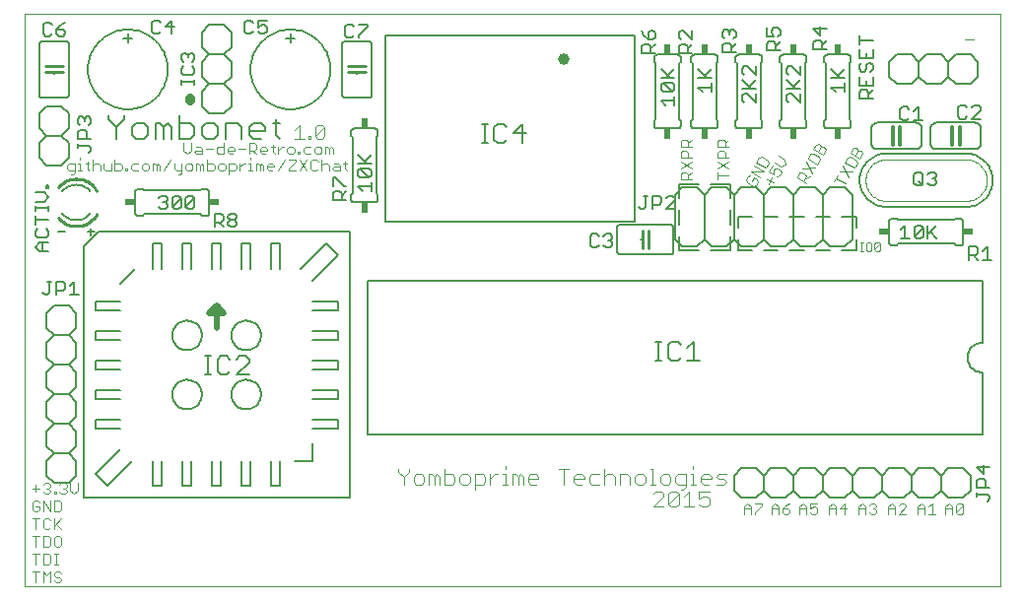
<source format=gto>
G75*
%MOIN*%
%OFA0B0*%
%FSLAX24Y24*%
%IPPOS*%
%LPD*%
%AMOC8*
5,1,8,0,0,1.08239X$1,22.5*
%
%ADD10C,0.0000*%
%ADD11C,0.0030*%
%ADD12C,0.0040*%
%ADD13C,0.0070*%
%ADD14C,0.0320*%
%ADD15C,0.0080*%
%ADD16C,0.0060*%
%ADD17C,0.0020*%
%ADD18C,0.0050*%
%ADD19C,0.0120*%
%ADD20C,0.0200*%
%ADD21C,0.0100*%
%ADD22C,0.0394*%
%ADD23R,0.0340X0.0240*%
%ADD24R,0.0240X0.0340*%
D10*
X000100Y000175D02*
X000100Y019545D01*
X033092Y019545D01*
X033092Y000175D01*
X000100Y000175D01*
D11*
X000488Y000315D02*
X000488Y000685D01*
X000365Y000685D02*
X000612Y000685D01*
X000733Y000685D02*
X000857Y000562D01*
X000980Y000685D01*
X000980Y000315D01*
X001102Y000377D02*
X001163Y000315D01*
X001287Y000315D01*
X001348Y000377D01*
X001348Y000438D01*
X001287Y000500D01*
X001163Y000500D01*
X001102Y000562D01*
X001102Y000624D01*
X001163Y000685D01*
X001287Y000685D01*
X001348Y000624D01*
X001225Y000915D02*
X001102Y000915D01*
X001163Y000915D02*
X001163Y001285D01*
X001102Y001285D02*
X001225Y001285D01*
X001287Y001515D02*
X001348Y001577D01*
X001348Y001824D01*
X001287Y001885D01*
X001163Y001885D01*
X001102Y001824D01*
X001102Y001577D01*
X001163Y001515D01*
X001287Y001515D01*
X000980Y001577D02*
X000980Y001824D01*
X000918Y001885D01*
X000733Y001885D01*
X000733Y001515D01*
X000918Y001515D01*
X000980Y001577D01*
X000612Y001885D02*
X000365Y001885D01*
X000488Y001885D02*
X000488Y001515D01*
X000488Y001285D02*
X000488Y000915D01*
X000733Y000915D02*
X000918Y000915D01*
X000980Y000977D01*
X000980Y001224D01*
X000918Y001285D01*
X000733Y001285D01*
X000733Y000915D01*
X000733Y000685D02*
X000733Y000315D01*
X000612Y001285D02*
X000365Y001285D01*
X000488Y002115D02*
X000488Y002485D01*
X000365Y002485D02*
X000612Y002485D01*
X000733Y002424D02*
X000733Y002177D01*
X000795Y002115D01*
X000918Y002115D01*
X000980Y002177D01*
X001102Y002238D02*
X001348Y002485D01*
X001287Y002715D02*
X001348Y002777D01*
X001348Y003024D01*
X001287Y003085D01*
X001102Y003085D01*
X001102Y002715D01*
X001287Y002715D01*
X001102Y002485D02*
X001102Y002115D01*
X001163Y002300D02*
X001348Y002115D01*
X000980Y002424D02*
X000918Y002485D01*
X000795Y002485D01*
X000733Y002424D01*
X000733Y002715D02*
X000733Y003085D01*
X000980Y002715D01*
X000980Y003085D01*
X000918Y003315D02*
X000795Y003315D01*
X000733Y003377D01*
X000612Y003500D02*
X000365Y003500D01*
X000488Y003377D02*
X000488Y003624D01*
X000733Y003624D02*
X000795Y003685D01*
X000918Y003685D01*
X000980Y003624D01*
X000980Y003562D01*
X000918Y003500D01*
X000980Y003438D01*
X000980Y003377D01*
X000918Y003315D01*
X001102Y003315D02*
X001102Y003377D01*
X001163Y003377D01*
X001163Y003315D01*
X001102Y003315D01*
X001286Y003377D02*
X001347Y003315D01*
X001471Y003315D01*
X001533Y003377D01*
X001533Y003438D01*
X001471Y003500D01*
X001409Y003500D01*
X001471Y003500D02*
X001533Y003562D01*
X001533Y003624D01*
X001471Y003685D01*
X001347Y003685D01*
X001286Y003624D01*
X001654Y003685D02*
X001654Y003438D01*
X001777Y003315D01*
X001901Y003438D01*
X001901Y003685D01*
X000918Y003500D02*
X000857Y003500D01*
X000550Y003085D02*
X000427Y003085D01*
X000365Y003024D01*
X000365Y002777D01*
X000427Y002715D01*
X000550Y002715D01*
X000612Y002777D01*
X000612Y002900D01*
X000488Y002900D01*
X000612Y003024D02*
X000550Y003085D01*
X001676Y014129D02*
X001738Y014129D01*
X001799Y014191D01*
X001799Y014500D01*
X001614Y014500D01*
X001553Y014438D01*
X001553Y014315D01*
X001614Y014253D01*
X001799Y014253D01*
X001921Y014253D02*
X002044Y014253D01*
X001983Y014253D02*
X001983Y014500D01*
X001921Y014500D01*
X001983Y014623D02*
X001983Y014685D01*
X002166Y014500D02*
X002290Y014500D01*
X002228Y014561D02*
X002228Y014315D01*
X002290Y014253D01*
X002412Y014253D02*
X002412Y014623D01*
X002474Y014500D02*
X002597Y014500D01*
X002659Y014438D01*
X002659Y014253D01*
X002780Y014315D02*
X002842Y014253D01*
X003027Y014253D01*
X003027Y014500D01*
X003149Y014500D02*
X003334Y014500D01*
X003395Y014438D01*
X003395Y014315D01*
X003334Y014253D01*
X003149Y014253D01*
X003149Y014623D01*
X002780Y014500D02*
X002780Y014315D01*
X002474Y014500D02*
X002412Y014438D01*
X003517Y014315D02*
X003579Y014315D01*
X003579Y014253D01*
X003517Y014253D01*
X003517Y014315D01*
X003701Y014315D02*
X003701Y014438D01*
X003763Y014500D01*
X003948Y014500D01*
X004069Y014438D02*
X004069Y014315D01*
X004131Y014253D01*
X004255Y014253D01*
X004316Y014315D01*
X004316Y014438D01*
X004255Y014500D01*
X004131Y014500D01*
X004069Y014438D01*
X003948Y014253D02*
X003763Y014253D01*
X003701Y014315D01*
X004438Y014253D02*
X004438Y014500D01*
X004499Y014500D01*
X004561Y014438D01*
X004623Y014500D01*
X004685Y014438D01*
X004685Y014253D01*
X004806Y014253D02*
X005053Y014623D01*
X005174Y014500D02*
X005174Y014315D01*
X005236Y014253D01*
X005421Y014253D01*
X005421Y014191D02*
X005359Y014129D01*
X005298Y014129D01*
X005421Y014191D02*
X005421Y014500D01*
X005543Y014438D02*
X005543Y014315D01*
X005604Y014253D01*
X005728Y014253D01*
X005790Y014315D01*
X005790Y014438D01*
X005728Y014500D01*
X005604Y014500D01*
X005543Y014438D01*
X005911Y014500D02*
X005911Y014253D01*
X006034Y014253D02*
X006034Y014438D01*
X006096Y014500D01*
X006158Y014438D01*
X006158Y014253D01*
X006279Y014253D02*
X006464Y014253D01*
X006526Y014315D01*
X006526Y014438D01*
X006464Y014500D01*
X006279Y014500D01*
X006279Y014623D02*
X006279Y014253D01*
X006034Y014438D02*
X005973Y014500D01*
X005911Y014500D01*
X005920Y014815D02*
X005858Y014877D01*
X005920Y014939D01*
X006105Y014939D01*
X006105Y015001D02*
X006105Y014815D01*
X005920Y014815D01*
X005737Y014939D02*
X005737Y015186D01*
X005920Y015062D02*
X006043Y015062D01*
X006105Y015001D01*
X006227Y015001D02*
X006473Y015001D01*
X006595Y015001D02*
X006657Y015062D01*
X006842Y015062D01*
X006842Y015186D02*
X006842Y014815D01*
X006657Y014815D01*
X006595Y014877D01*
X006595Y015001D01*
X006963Y015001D02*
X006963Y014877D01*
X007025Y014815D01*
X007148Y014815D01*
X007210Y014939D02*
X006963Y014939D01*
X006963Y015001D02*
X007025Y015062D01*
X007148Y015062D01*
X007210Y015001D01*
X007210Y014939D01*
X007331Y015001D02*
X007578Y015001D01*
X007700Y014939D02*
X007885Y014939D01*
X007947Y015001D01*
X007947Y015124D01*
X007885Y015186D01*
X007700Y015186D01*
X007700Y014815D01*
X007753Y014685D02*
X007753Y014623D01*
X007753Y014500D02*
X007753Y014253D01*
X007691Y014253D02*
X007815Y014253D01*
X007937Y014253D02*
X007937Y014500D01*
X007998Y014500D01*
X008060Y014438D01*
X008122Y014500D01*
X008184Y014438D01*
X008184Y014253D01*
X008060Y014253D02*
X008060Y014438D01*
X008305Y014438D02*
X008305Y014315D01*
X008367Y014253D01*
X008490Y014253D01*
X008552Y014376D02*
X008305Y014376D01*
X008305Y014438D02*
X008367Y014500D01*
X008490Y014500D01*
X008552Y014438D01*
X008552Y014376D01*
X008673Y014253D02*
X008920Y014623D01*
X009042Y014623D02*
X009288Y014623D01*
X009288Y014561D01*
X009042Y014315D01*
X009042Y014253D01*
X009288Y014253D01*
X009410Y014253D02*
X009657Y014623D01*
X009778Y014561D02*
X009778Y014315D01*
X009840Y014253D01*
X009963Y014253D01*
X010025Y014315D01*
X010147Y014253D02*
X010147Y014623D01*
X010025Y014561D02*
X009963Y014623D01*
X009840Y014623D01*
X009778Y014561D01*
X009788Y014815D02*
X009603Y014815D01*
X009541Y014877D01*
X009541Y015001D01*
X009603Y015062D01*
X009788Y015062D01*
X009910Y015001D02*
X009910Y014877D01*
X009971Y014815D01*
X010095Y014815D01*
X010157Y014877D01*
X010157Y015001D01*
X010095Y015062D01*
X009971Y015062D01*
X009910Y015001D01*
X010278Y015062D02*
X010278Y014815D01*
X010401Y014815D02*
X010401Y015001D01*
X010463Y015062D01*
X010525Y015001D01*
X010525Y014815D01*
X010401Y015001D02*
X010340Y015062D01*
X010278Y015062D01*
X010945Y014561D02*
X010945Y014315D01*
X011007Y014253D01*
X010762Y014253D02*
X010762Y014438D01*
X010700Y014500D01*
X010577Y014500D01*
X010577Y014376D02*
X010762Y014376D01*
X010762Y014253D02*
X010577Y014253D01*
X010515Y014315D01*
X010577Y014376D01*
X010393Y014438D02*
X010393Y014253D01*
X010393Y014438D02*
X010332Y014500D01*
X010208Y014500D01*
X010147Y014438D01*
X009657Y014253D02*
X009410Y014623D01*
X009419Y014815D02*
X009357Y014815D01*
X009357Y014877D01*
X009419Y014877D01*
X009419Y014815D01*
X009236Y014877D02*
X009236Y015001D01*
X009174Y015062D01*
X009051Y015062D01*
X008989Y015001D01*
X008989Y014877D01*
X009051Y014815D01*
X009174Y014815D01*
X009236Y014877D01*
X008867Y015062D02*
X008805Y015062D01*
X008682Y014939D01*
X008682Y015062D02*
X008682Y014815D01*
X008560Y014815D02*
X008498Y014877D01*
X008498Y015124D01*
X008436Y015062D02*
X008560Y015062D01*
X008315Y015001D02*
X008315Y014939D01*
X008068Y014939D01*
X008068Y015001D02*
X008130Y015062D01*
X008253Y015062D01*
X008315Y015001D01*
X008253Y014815D02*
X008130Y014815D01*
X008068Y014877D01*
X008068Y015001D01*
X007947Y014815D02*
X007823Y014939D01*
X007753Y014500D02*
X007691Y014500D01*
X007569Y014500D02*
X007508Y014500D01*
X007384Y014376D01*
X007384Y014253D02*
X007384Y014500D01*
X007263Y014438D02*
X007263Y014315D01*
X007201Y014253D01*
X007016Y014253D01*
X007016Y014129D02*
X007016Y014500D01*
X007201Y014500D01*
X007263Y014438D01*
X006894Y014438D02*
X006894Y014315D01*
X006833Y014253D01*
X006709Y014253D01*
X006648Y014315D01*
X006648Y014438D01*
X006709Y014500D01*
X006833Y014500D01*
X006894Y014438D01*
X005737Y014939D02*
X005613Y014815D01*
X005490Y014939D01*
X005490Y015186D01*
X004561Y014438D02*
X004561Y014253D01*
X010883Y014500D02*
X011007Y014500D01*
X022296Y014567D02*
X022666Y014320D01*
X022666Y014198D02*
X022543Y014075D01*
X022543Y014137D02*
X022543Y013951D01*
X022666Y013951D02*
X022296Y013951D01*
X022296Y014137D01*
X022357Y014198D01*
X022481Y014198D01*
X022543Y014137D01*
X022296Y014320D02*
X022666Y014567D01*
X022666Y014688D02*
X022296Y014688D01*
X022296Y014873D01*
X022357Y014935D01*
X022481Y014935D01*
X022543Y014873D01*
X022543Y014688D01*
X022543Y015056D02*
X022543Y015241D01*
X022481Y015303D01*
X022357Y015303D01*
X022296Y015241D01*
X022296Y015056D01*
X022666Y015056D01*
X022543Y015180D02*
X022666Y015303D01*
X023546Y015241D02*
X023546Y015056D01*
X023916Y015056D01*
X023793Y015056D02*
X023793Y015241D01*
X023731Y015303D01*
X023607Y015303D01*
X023546Y015241D01*
X023793Y015180D02*
X023916Y015303D01*
X023731Y014935D02*
X023793Y014873D01*
X023793Y014688D01*
X023916Y014688D02*
X023546Y014688D01*
X023546Y014873D01*
X023607Y014935D01*
X023731Y014935D01*
X023916Y014567D02*
X023546Y014320D01*
X023546Y014198D02*
X023546Y013951D01*
X023546Y014075D02*
X023916Y014075D01*
X023916Y014320D02*
X023546Y014567D01*
X024572Y014052D02*
X024511Y013945D01*
X024533Y013861D01*
X024747Y013738D01*
X024831Y013760D01*
X024893Y013867D01*
X024871Y013952D01*
X024764Y014013D01*
X024702Y013906D01*
X024657Y014075D02*
X024572Y014052D01*
X024664Y014211D02*
X025108Y014240D01*
X024787Y014425D01*
X024848Y014530D02*
X024941Y014690D01*
X025025Y014713D01*
X025239Y014589D01*
X025261Y014505D01*
X025169Y014345D01*
X024848Y014530D01*
X024664Y014211D02*
X024985Y014026D01*
X025220Y013968D02*
X025434Y013845D01*
X025389Y014013D02*
X025265Y013799D01*
X025449Y014118D02*
X025458Y014256D01*
X025488Y014310D01*
X025573Y014332D01*
X025680Y014271D01*
X025702Y014186D01*
X025641Y014079D01*
X025556Y014057D01*
X025449Y014118D02*
X025289Y014211D01*
X025412Y014425D01*
X025473Y014530D02*
X025687Y014407D01*
X025856Y014452D01*
X025810Y014620D01*
X025597Y014744D01*
X026537Y014550D02*
X026735Y014151D01*
X026674Y014046D02*
X026505Y014001D01*
X026536Y014054D02*
X026444Y013894D01*
X026551Y013832D02*
X026230Y014017D01*
X026322Y014177D01*
X026407Y014200D01*
X026514Y014138D01*
X026536Y014054D01*
X026414Y014336D02*
X026858Y014365D01*
X026919Y014470D02*
X026598Y014655D01*
X026691Y014815D01*
X026775Y014838D01*
X026989Y014714D01*
X027011Y014630D01*
X026919Y014470D01*
X027103Y014789D02*
X027196Y014949D01*
X027173Y015033D01*
X027120Y015064D01*
X027035Y015042D01*
X026943Y014881D01*
X027103Y014789D02*
X026782Y014974D01*
X026875Y015134D01*
X026959Y015157D01*
X027013Y015126D01*
X027035Y015042D01*
X027848Y014530D02*
X027941Y014690D01*
X028025Y014713D01*
X028239Y014589D01*
X028261Y014505D01*
X028169Y014345D01*
X027848Y014530D01*
X027787Y014425D02*
X027985Y014026D01*
X027862Y013814D02*
X027542Y013999D01*
X027480Y013892D02*
X027603Y014106D01*
X027664Y014211D02*
X028108Y014240D01*
X028353Y014664D02*
X028446Y014824D01*
X028423Y014908D01*
X028370Y014939D01*
X028285Y014917D01*
X028193Y014756D01*
X028353Y014664D02*
X028032Y014849D01*
X028125Y015009D01*
X028209Y015032D01*
X028263Y015001D01*
X028285Y014917D01*
X028365Y011831D02*
X028462Y011831D01*
X028413Y011831D02*
X028413Y011540D01*
X028365Y011540D02*
X028462Y011540D01*
X028561Y011589D02*
X028561Y011782D01*
X028610Y011831D01*
X028707Y011831D01*
X028755Y011782D01*
X028755Y011589D01*
X028707Y011540D01*
X028610Y011540D01*
X028561Y011589D01*
X028856Y011589D02*
X028856Y011782D01*
X028904Y011831D01*
X029001Y011831D01*
X029050Y011782D01*
X028856Y011589D01*
X028904Y011540D01*
X029001Y011540D01*
X029050Y011589D01*
X029050Y011782D01*
X028856Y002998D02*
X028917Y002936D01*
X028917Y002874D01*
X028856Y002813D01*
X028917Y002751D01*
X028917Y002689D01*
X028856Y002627D01*
X028732Y002627D01*
X028671Y002689D01*
X028549Y002627D02*
X028549Y002874D01*
X028426Y002998D01*
X028302Y002874D01*
X028302Y002627D01*
X028302Y002813D02*
X028549Y002813D01*
X028671Y002936D02*
X028732Y002998D01*
X028856Y002998D01*
X028856Y002813D02*
X028794Y002813D01*
X029302Y002813D02*
X029549Y002813D01*
X029549Y002874D02*
X029549Y002627D01*
X029671Y002627D02*
X029917Y002874D01*
X029917Y002936D01*
X029856Y002998D01*
X029732Y002998D01*
X029671Y002936D01*
X029549Y002874D02*
X029426Y002998D01*
X029302Y002874D01*
X029302Y002627D01*
X029671Y002627D02*
X029917Y002627D01*
X030302Y002627D02*
X030302Y002874D01*
X030426Y002998D01*
X030549Y002874D01*
X030549Y002627D01*
X030671Y002627D02*
X030917Y002627D01*
X030794Y002627D02*
X030794Y002998D01*
X030671Y002874D01*
X030549Y002813D02*
X030302Y002813D01*
X031240Y002813D02*
X031487Y002813D01*
X031487Y002874D02*
X031487Y002627D01*
X031608Y002689D02*
X031855Y002936D01*
X031855Y002689D01*
X031793Y002627D01*
X031670Y002627D01*
X031608Y002689D01*
X031608Y002936D01*
X031670Y002998D01*
X031793Y002998D01*
X031855Y002936D01*
X031487Y002874D02*
X031363Y002998D01*
X031240Y002874D01*
X031240Y002627D01*
X027917Y002813D02*
X027671Y002813D01*
X027856Y002998D01*
X027856Y002627D01*
X027549Y002627D02*
X027549Y002874D01*
X027426Y002998D01*
X027302Y002874D01*
X027302Y002627D01*
X027302Y002813D02*
X027549Y002813D01*
X026917Y002813D02*
X026917Y002689D01*
X026856Y002627D01*
X026732Y002627D01*
X026671Y002689D01*
X026671Y002813D02*
X026794Y002874D01*
X026856Y002874D01*
X026917Y002813D01*
X026917Y002998D02*
X026671Y002998D01*
X026671Y002813D01*
X026549Y002813D02*
X026302Y002813D01*
X026302Y002874D02*
X026426Y002998D01*
X026549Y002874D01*
X026549Y002627D01*
X026302Y002627D02*
X026302Y002874D01*
X025980Y002751D02*
X025980Y002689D01*
X025918Y002627D01*
X025794Y002627D01*
X025733Y002689D01*
X025733Y002812D01*
X025918Y002812D01*
X025980Y002751D01*
X025856Y002936D02*
X025980Y002998D01*
X025856Y002936D02*
X025733Y002812D01*
X025611Y002812D02*
X025364Y002812D01*
X025364Y002874D02*
X025488Y002998D01*
X025611Y002874D01*
X025611Y002627D01*
X025364Y002627D02*
X025364Y002874D01*
X025042Y002936D02*
X025042Y002998D01*
X024796Y002998D01*
X024674Y002874D02*
X024674Y002627D01*
X024796Y002627D02*
X024796Y002689D01*
X025042Y002936D01*
X024674Y002874D02*
X024551Y002998D01*
X024427Y002874D01*
X024427Y002627D01*
X024427Y002813D02*
X024674Y002813D01*
D12*
X023844Y003722D02*
X023757Y003809D01*
X023584Y003809D01*
X023497Y003895D01*
X023584Y003982D01*
X023844Y003982D01*
X023328Y003895D02*
X023328Y003809D01*
X022981Y003809D01*
X022981Y003895D02*
X023068Y003982D01*
X023241Y003982D01*
X023328Y003895D01*
X023241Y003635D02*
X023068Y003635D01*
X022981Y003722D01*
X022981Y003895D01*
X022724Y003982D02*
X022724Y003635D01*
X022637Y003635D02*
X022811Y003635D01*
X022917Y003403D02*
X022917Y003143D01*
X023090Y003230D01*
X023177Y003230D01*
X023264Y003143D01*
X023264Y002970D01*
X023177Y002883D01*
X023004Y002883D01*
X022917Y002970D01*
X022748Y002883D02*
X022401Y002883D01*
X022575Y002883D02*
X022575Y003403D01*
X022401Y003230D01*
X022233Y003317D02*
X022233Y002970D01*
X022146Y002883D01*
X021972Y002883D01*
X021886Y002970D01*
X022233Y003317D01*
X022146Y003403D01*
X021972Y003403D01*
X021886Y003317D01*
X021886Y002970D01*
X021717Y002883D02*
X021370Y002883D01*
X021717Y003230D01*
X021717Y003317D01*
X021630Y003403D01*
X021457Y003403D01*
X021370Y003317D01*
X021349Y003635D02*
X021349Y004156D01*
X021262Y004156D01*
X021007Y003982D02*
X020834Y003982D01*
X020747Y003895D01*
X020747Y003722D01*
X020834Y003635D01*
X021007Y003635D01*
X021094Y003722D01*
X021094Y003895D01*
X021007Y003982D01*
X021262Y003635D02*
X021436Y003635D01*
X021606Y003722D02*
X021606Y003895D01*
X021693Y003982D01*
X021866Y003982D01*
X021953Y003895D01*
X021953Y003722D01*
X021866Y003635D01*
X021693Y003635D01*
X021606Y003722D01*
X022122Y003722D02*
X022122Y003895D01*
X022209Y003982D01*
X022469Y003982D01*
X022469Y003548D01*
X022382Y003462D01*
X022295Y003462D01*
X022209Y003635D02*
X022469Y003635D01*
X022209Y003635D02*
X022122Y003722D01*
X022637Y003982D02*
X022724Y003982D01*
X022724Y004156D02*
X022724Y004242D01*
X023497Y003635D02*
X023757Y003635D01*
X023844Y003722D01*
X023264Y003403D02*
X022917Y003403D01*
X020578Y003635D02*
X020578Y003895D01*
X020491Y003982D01*
X020231Y003982D01*
X020231Y003635D01*
X020062Y003635D02*
X020062Y003895D01*
X019976Y003982D01*
X019802Y003982D01*
X019716Y003895D01*
X019547Y003982D02*
X019287Y003982D01*
X019200Y003895D01*
X019200Y003722D01*
X019287Y003635D01*
X019547Y003635D01*
X019716Y003635D02*
X019716Y004156D01*
X019031Y003895D02*
X019031Y003809D01*
X018684Y003809D01*
X018684Y003895D02*
X018771Y003982D01*
X018944Y003982D01*
X019031Y003895D01*
X018944Y003635D02*
X018771Y003635D01*
X018684Y003722D01*
X018684Y003895D01*
X018342Y003635D02*
X018342Y004156D01*
X018169Y004156D02*
X018516Y004156D01*
X017484Y003895D02*
X017484Y003809D01*
X017137Y003809D01*
X017137Y003895D02*
X017224Y003982D01*
X017398Y003982D01*
X017484Y003895D01*
X017398Y003635D02*
X017224Y003635D01*
X017137Y003722D01*
X017137Y003895D01*
X016969Y003895D02*
X016969Y003635D01*
X016795Y003635D02*
X016795Y003895D01*
X016882Y003982D01*
X016969Y003895D01*
X016795Y003895D02*
X016708Y003982D01*
X016622Y003982D01*
X016622Y003635D01*
X016451Y003635D02*
X016278Y003635D01*
X016365Y003635D02*
X016365Y003982D01*
X016278Y003982D01*
X016108Y003982D02*
X016022Y003982D01*
X015848Y003809D01*
X015848Y003982D02*
X015848Y003635D01*
X015680Y003722D02*
X015593Y003635D01*
X015333Y003635D01*
X015333Y003462D02*
X015333Y003982D01*
X015593Y003982D01*
X015680Y003895D01*
X015680Y003722D01*
X015164Y003722D02*
X015164Y003895D01*
X015077Y003982D01*
X014904Y003982D01*
X014817Y003895D01*
X014817Y003722D01*
X014904Y003635D01*
X015077Y003635D01*
X015164Y003722D01*
X014648Y003722D02*
X014648Y003895D01*
X014562Y003982D01*
X014301Y003982D01*
X014301Y004156D02*
X014301Y003635D01*
X014562Y003635D01*
X014648Y003722D01*
X014133Y003635D02*
X014133Y003895D01*
X014046Y003982D01*
X013959Y003895D01*
X013959Y003635D01*
X013786Y003635D02*
X013786Y003982D01*
X013872Y003982D01*
X013959Y003895D01*
X013617Y003895D02*
X013617Y003722D01*
X013530Y003635D01*
X013357Y003635D01*
X013270Y003722D01*
X013270Y003895D01*
X013357Y003982D01*
X013530Y003982D01*
X013617Y003895D01*
X013101Y004069D02*
X013101Y004156D01*
X013101Y004069D02*
X012928Y003895D01*
X012928Y003635D01*
X012928Y003895D02*
X012754Y004069D01*
X012754Y004156D01*
X016365Y004156D02*
X016365Y004242D01*
X010173Y015332D02*
X010019Y015332D01*
X009942Y015409D01*
X010249Y015716D01*
X010249Y015409D01*
X010173Y015332D01*
X009942Y015409D02*
X009942Y015716D01*
X010019Y015793D01*
X010173Y015793D01*
X010249Y015716D01*
X009789Y015409D02*
X009789Y015332D01*
X009712Y015332D01*
X009712Y015409D01*
X009789Y015409D01*
X009559Y015332D02*
X009252Y015332D01*
X009405Y015332D02*
X009405Y015793D01*
X009252Y015639D01*
X031910Y018675D02*
X032217Y018675D01*
D13*
X022732Y008464D02*
X022732Y007834D01*
X022522Y007834D02*
X022942Y007834D01*
X022297Y007939D02*
X022192Y007834D01*
X021982Y007834D01*
X021877Y007939D01*
X021877Y008359D01*
X021982Y008464D01*
X022192Y008464D01*
X022297Y008359D01*
X022522Y008254D02*
X022732Y008464D01*
X021658Y008464D02*
X021447Y008464D01*
X021552Y008464D02*
X021552Y007834D01*
X021447Y007834D02*
X021658Y007834D01*
X008756Y015335D02*
X008624Y015467D01*
X008624Y015994D01*
X008493Y015862D02*
X008756Y015862D01*
X008228Y015730D02*
X008228Y015599D01*
X007701Y015599D01*
X007701Y015730D02*
X007701Y015467D01*
X007832Y015335D01*
X008096Y015335D01*
X008228Y015730D02*
X008096Y015862D01*
X007832Y015862D01*
X007701Y015730D01*
X007436Y015730D02*
X007436Y015335D01*
X007436Y015730D02*
X007304Y015862D01*
X006909Y015862D01*
X006909Y015335D01*
X006644Y015467D02*
X006644Y015730D01*
X006512Y015862D01*
X006249Y015862D01*
X006117Y015730D01*
X006117Y015467D01*
X006249Y015335D01*
X006512Y015335D01*
X006644Y015467D01*
X005852Y015467D02*
X005852Y015730D01*
X005720Y015862D01*
X005325Y015862D01*
X005060Y015730D02*
X005060Y015335D01*
X004797Y015335D02*
X004797Y015730D01*
X004929Y015862D01*
X005060Y015730D01*
X004797Y015730D02*
X004665Y015862D01*
X004533Y015862D01*
X004533Y015335D01*
X004268Y015467D02*
X004268Y015730D01*
X004137Y015862D01*
X003873Y015862D01*
X003741Y015730D01*
X003741Y015467D01*
X003873Y015335D01*
X004137Y015335D01*
X004268Y015467D01*
X003477Y015994D02*
X003477Y016126D01*
X003477Y015994D02*
X003213Y015730D01*
X003213Y015335D01*
X003213Y015730D02*
X002949Y015994D01*
X002949Y016126D01*
X005325Y016126D02*
X005325Y015335D01*
X005720Y015335D01*
X005852Y015467D01*
X006200Y007974D02*
X006410Y007974D01*
X006305Y007974D02*
X006305Y007344D01*
X006200Y007344D02*
X006410Y007344D01*
X006630Y007449D02*
X006735Y007344D01*
X006945Y007344D01*
X007050Y007449D01*
X007274Y007344D02*
X007695Y007764D01*
X007695Y007869D01*
X007590Y007974D01*
X007379Y007974D01*
X007274Y007869D01*
X007050Y007869D02*
X006945Y007974D01*
X006735Y007974D01*
X006630Y007869D01*
X006630Y007449D01*
X007274Y007344D02*
X007695Y007344D01*
D14*
X005704Y016632D02*
X005704Y016694D01*
D15*
X002350Y012300D02*
X002350Y012050D01*
X002225Y012175D02*
X002475Y012175D01*
X001475Y012175D02*
X001225Y012175D01*
X022225Y012038D02*
X022225Y011550D01*
X022903Y011550D01*
X023297Y011550D02*
X023975Y011550D01*
X023975Y012038D01*
X024225Y011916D02*
X024225Y011550D01*
X024710Y011550D01*
X025104Y011550D02*
X025589Y011550D01*
X025982Y011550D02*
X026468Y011550D01*
X026861Y011550D02*
X027346Y011550D01*
X027740Y011550D02*
X028225Y011550D01*
X028225Y011916D01*
X028225Y012310D02*
X028225Y012675D01*
X027740Y012675D01*
X027346Y012675D02*
X026861Y012675D01*
X026468Y012675D02*
X025982Y012675D01*
X025589Y012675D02*
X025104Y012675D01*
X024710Y012675D02*
X024225Y012675D01*
X024225Y012310D01*
X023975Y012432D02*
X023975Y012919D01*
X023975Y013313D02*
X023975Y013800D01*
X023297Y013800D01*
X022903Y013800D02*
X022225Y013800D01*
X022225Y013313D01*
X022225Y012919D02*
X022225Y012432D01*
D16*
X022050Y012325D02*
X022050Y011525D01*
X022048Y011508D01*
X022044Y011491D01*
X022037Y011475D01*
X022027Y011461D01*
X022014Y011448D01*
X022000Y011438D01*
X021984Y011431D01*
X021967Y011427D01*
X021950Y011425D01*
X020250Y011425D01*
X020233Y011427D01*
X020216Y011431D01*
X020200Y011438D01*
X020186Y011448D01*
X020173Y011461D01*
X020163Y011475D01*
X020156Y011491D01*
X020152Y011508D01*
X020150Y011525D01*
X020150Y012325D01*
X020152Y012342D01*
X020156Y012359D01*
X020163Y012375D01*
X020173Y012389D01*
X020186Y012402D01*
X020200Y012412D01*
X020216Y012419D01*
X020233Y012423D01*
X020250Y012425D01*
X021950Y012425D01*
X021967Y012423D01*
X021984Y012419D01*
X022000Y012412D01*
X022014Y012402D01*
X022027Y012389D01*
X022037Y012375D01*
X022044Y012359D01*
X022048Y012342D01*
X022050Y012325D01*
X022100Y011925D02*
X022100Y013425D01*
X022350Y013675D01*
X022850Y013675D01*
X023100Y013425D01*
X023100Y011925D01*
X023350Y011675D01*
X023850Y011675D01*
X024100Y011925D01*
X024100Y013425D01*
X024350Y013675D01*
X024850Y013675D01*
X025100Y013425D01*
X025100Y011925D01*
X025350Y011675D01*
X025850Y011675D01*
X026100Y011925D01*
X026100Y013425D01*
X026350Y013675D01*
X026850Y013675D01*
X027100Y013425D01*
X027350Y013675D01*
X027850Y013675D01*
X028100Y013425D01*
X028100Y011925D01*
X027850Y011675D01*
X027350Y011675D01*
X027100Y011925D01*
X027100Y013425D01*
X026100Y013425D02*
X025850Y013675D01*
X025350Y013675D01*
X025100Y013425D01*
X024100Y013425D02*
X023850Y013675D01*
X023350Y013675D01*
X023100Y013425D01*
X023100Y011925D02*
X022850Y011675D01*
X022350Y011675D01*
X022100Y011925D01*
X021250Y011925D02*
X021200Y011925D01*
X021000Y011925D02*
X020950Y011925D01*
X024100Y011925D02*
X024350Y011675D01*
X024850Y011675D01*
X025100Y011925D01*
X026100Y011925D02*
X026350Y011675D01*
X026850Y011675D01*
X027100Y011925D01*
X029350Y011825D02*
X029350Y012525D01*
X029352Y012542D01*
X029356Y012559D01*
X029363Y012575D01*
X029373Y012589D01*
X029386Y012602D01*
X029400Y012612D01*
X029416Y012619D01*
X029433Y012623D01*
X029450Y012625D01*
X029600Y012625D01*
X029650Y012575D01*
X031550Y012575D01*
X031600Y012625D01*
X031750Y012625D01*
X031767Y012623D01*
X031784Y012619D01*
X031800Y012612D01*
X031814Y012602D01*
X031827Y012589D01*
X031837Y012575D01*
X031844Y012559D01*
X031848Y012542D01*
X031850Y012525D01*
X031850Y011825D01*
X031848Y011808D01*
X031844Y011791D01*
X031837Y011775D01*
X031827Y011761D01*
X031814Y011748D01*
X031800Y011738D01*
X031784Y011731D01*
X031767Y011727D01*
X031750Y011725D01*
X031600Y011725D01*
X031550Y011775D01*
X029650Y011775D01*
X029600Y011725D01*
X029450Y011725D01*
X029433Y011727D01*
X029416Y011731D01*
X029400Y011738D01*
X029386Y011748D01*
X029373Y011761D01*
X029363Y011775D01*
X029356Y011791D01*
X029352Y011808D01*
X029350Y011825D01*
X029250Y013025D02*
X031950Y013025D01*
X032009Y013027D01*
X032067Y013033D01*
X032126Y013042D01*
X032183Y013056D01*
X032239Y013073D01*
X032294Y013094D01*
X032348Y013118D01*
X032400Y013146D01*
X032450Y013177D01*
X032498Y013211D01*
X032543Y013248D01*
X032586Y013289D01*
X032627Y013332D01*
X032664Y013377D01*
X032698Y013425D01*
X032729Y013475D01*
X032757Y013527D01*
X032781Y013581D01*
X032802Y013636D01*
X032819Y013692D01*
X032833Y013749D01*
X032842Y013808D01*
X032848Y013866D01*
X032850Y013925D01*
X032848Y013984D01*
X032842Y014042D01*
X032833Y014101D01*
X032819Y014158D01*
X032802Y014214D01*
X032781Y014269D01*
X032757Y014323D01*
X032729Y014375D01*
X032698Y014425D01*
X032664Y014473D01*
X032627Y014518D01*
X032586Y014561D01*
X032543Y014602D01*
X032498Y014639D01*
X032450Y014673D01*
X032400Y014704D01*
X032348Y014732D01*
X032294Y014756D01*
X032239Y014777D01*
X032183Y014794D01*
X032126Y014808D01*
X032067Y014817D01*
X032009Y014823D01*
X031950Y014825D01*
X029250Y014825D01*
X028950Y014975D02*
X030250Y014975D01*
X030276Y014977D01*
X030302Y014982D01*
X030327Y014990D01*
X030350Y015002D01*
X030372Y015016D01*
X030391Y015034D01*
X030409Y015053D01*
X030423Y015075D01*
X030435Y015098D01*
X030443Y015123D01*
X030448Y015149D01*
X030450Y015175D01*
X030450Y015675D01*
X030448Y015701D01*
X030443Y015727D01*
X030435Y015752D01*
X030423Y015775D01*
X030409Y015797D01*
X030391Y015816D01*
X030372Y015834D01*
X030350Y015848D01*
X030327Y015860D01*
X030302Y015868D01*
X030276Y015873D01*
X030250Y015875D01*
X028950Y015875D01*
X028924Y015873D01*
X028898Y015868D01*
X028873Y015860D01*
X028850Y015848D01*
X028828Y015834D01*
X028809Y015816D01*
X028791Y015797D01*
X028777Y015775D01*
X028765Y015752D01*
X028757Y015727D01*
X028752Y015701D01*
X028750Y015675D01*
X028750Y015175D01*
X028752Y015149D01*
X028757Y015123D01*
X028765Y015098D01*
X028777Y015075D01*
X028791Y015053D01*
X028809Y015034D01*
X028828Y015016D01*
X028850Y015002D01*
X028873Y014990D01*
X028898Y014982D01*
X028924Y014977D01*
X028950Y014975D01*
X027950Y015675D02*
X027250Y015675D01*
X027233Y015677D01*
X027216Y015681D01*
X027200Y015688D01*
X027186Y015698D01*
X027173Y015711D01*
X027163Y015725D01*
X027156Y015741D01*
X027152Y015758D01*
X027150Y015775D01*
X027150Y015925D01*
X027200Y015975D01*
X027200Y017875D01*
X027150Y017925D01*
X027150Y018075D01*
X027152Y018092D01*
X027156Y018109D01*
X027163Y018125D01*
X027173Y018139D01*
X027186Y018152D01*
X027200Y018162D01*
X027216Y018169D01*
X027233Y018173D01*
X027250Y018175D01*
X027950Y018175D01*
X027967Y018173D01*
X027984Y018169D01*
X028000Y018162D01*
X028014Y018152D01*
X028027Y018139D01*
X028037Y018125D01*
X028044Y018109D01*
X028048Y018092D01*
X028050Y018075D01*
X028050Y017925D01*
X028000Y017875D01*
X028000Y015975D01*
X028050Y015925D01*
X028050Y015775D01*
X028048Y015758D01*
X028044Y015741D01*
X028037Y015725D01*
X028027Y015711D01*
X028014Y015698D01*
X028000Y015688D01*
X027984Y015681D01*
X027967Y015677D01*
X027950Y015675D01*
X026550Y015775D02*
X026550Y015925D01*
X026500Y015975D01*
X026500Y017875D01*
X026550Y017925D01*
X026550Y018075D01*
X026548Y018092D01*
X026544Y018109D01*
X026537Y018125D01*
X026527Y018139D01*
X026514Y018152D01*
X026500Y018162D01*
X026484Y018169D01*
X026467Y018173D01*
X026450Y018175D01*
X025750Y018175D01*
X025733Y018173D01*
X025716Y018169D01*
X025700Y018162D01*
X025686Y018152D01*
X025673Y018139D01*
X025663Y018125D01*
X025656Y018109D01*
X025652Y018092D01*
X025650Y018075D01*
X025650Y017925D01*
X025700Y017875D01*
X025700Y015975D01*
X025650Y015925D01*
X025650Y015775D01*
X025652Y015758D01*
X025656Y015741D01*
X025663Y015725D01*
X025673Y015711D01*
X025686Y015698D01*
X025700Y015688D01*
X025716Y015681D01*
X025733Y015677D01*
X025750Y015675D01*
X026450Y015675D01*
X026467Y015677D01*
X026484Y015681D01*
X026500Y015688D01*
X026514Y015698D01*
X026527Y015711D01*
X026537Y015725D01*
X026544Y015741D01*
X026548Y015758D01*
X026550Y015775D01*
X025050Y015775D02*
X025050Y015925D01*
X025000Y015975D01*
X025000Y017875D01*
X025050Y017925D01*
X025050Y018075D01*
X025048Y018092D01*
X025044Y018109D01*
X025037Y018125D01*
X025027Y018139D01*
X025014Y018152D01*
X025000Y018162D01*
X024984Y018169D01*
X024967Y018173D01*
X024950Y018175D01*
X024250Y018175D01*
X024233Y018173D01*
X024216Y018169D01*
X024200Y018162D01*
X024186Y018152D01*
X024173Y018139D01*
X024163Y018125D01*
X024156Y018109D01*
X024152Y018092D01*
X024150Y018075D01*
X024150Y017925D01*
X024200Y017875D01*
X024200Y015975D01*
X024150Y015925D01*
X024150Y015775D01*
X024152Y015758D01*
X024156Y015741D01*
X024163Y015725D01*
X024173Y015711D01*
X024186Y015698D01*
X024200Y015688D01*
X024216Y015681D01*
X024233Y015677D01*
X024250Y015675D01*
X024950Y015675D01*
X024967Y015677D01*
X024984Y015681D01*
X025000Y015688D01*
X025014Y015698D01*
X025027Y015711D01*
X025037Y015725D01*
X025044Y015741D01*
X025048Y015758D01*
X025050Y015775D01*
X023550Y015775D02*
X023550Y015925D01*
X023500Y015975D01*
X023500Y017875D01*
X023550Y017925D01*
X023550Y018075D01*
X023548Y018092D01*
X023544Y018109D01*
X023537Y018125D01*
X023527Y018139D01*
X023514Y018152D01*
X023500Y018162D01*
X023484Y018169D01*
X023467Y018173D01*
X023450Y018175D01*
X022750Y018175D01*
X022733Y018173D01*
X022716Y018169D01*
X022700Y018162D01*
X022686Y018152D01*
X022673Y018139D01*
X022663Y018125D01*
X022656Y018109D01*
X022652Y018092D01*
X022650Y018075D01*
X022650Y017925D01*
X022700Y017875D01*
X022700Y015975D01*
X022650Y015925D01*
X022650Y015775D01*
X022652Y015758D01*
X022656Y015741D01*
X022663Y015725D01*
X022673Y015711D01*
X022686Y015698D01*
X022700Y015688D01*
X022716Y015681D01*
X022733Y015677D01*
X022750Y015675D01*
X023450Y015675D01*
X023467Y015677D01*
X023484Y015681D01*
X023500Y015688D01*
X023514Y015698D01*
X023527Y015711D01*
X023537Y015725D01*
X023544Y015741D01*
X023548Y015758D01*
X023550Y015775D01*
X022300Y015775D02*
X022300Y015925D01*
X022250Y015975D01*
X022250Y017875D01*
X022300Y017925D01*
X022300Y018075D01*
X022298Y018092D01*
X022294Y018109D01*
X022287Y018125D01*
X022277Y018139D01*
X022264Y018152D01*
X022250Y018162D01*
X022234Y018169D01*
X022217Y018173D01*
X022200Y018175D01*
X021500Y018175D01*
X021483Y018173D01*
X021466Y018169D01*
X021450Y018162D01*
X021436Y018152D01*
X021423Y018139D01*
X021413Y018125D01*
X021406Y018109D01*
X021402Y018092D01*
X021400Y018075D01*
X021400Y017925D01*
X021450Y017875D01*
X021450Y015975D01*
X021400Y015925D01*
X021400Y015775D01*
X021402Y015758D01*
X021406Y015741D01*
X021413Y015725D01*
X021423Y015711D01*
X021436Y015698D01*
X021450Y015688D01*
X021466Y015681D01*
X021483Y015677D01*
X021500Y015675D01*
X022200Y015675D01*
X022217Y015677D01*
X022234Y015681D01*
X022250Y015688D01*
X022264Y015698D01*
X022277Y015711D01*
X022287Y015725D01*
X022294Y015741D01*
X022298Y015758D01*
X022300Y015775D01*
X017062Y015511D02*
X016635Y015511D01*
X016955Y015831D01*
X016955Y015190D01*
X016418Y015297D02*
X016311Y015190D01*
X016097Y015190D01*
X015991Y015297D01*
X015991Y015724D01*
X016097Y015831D01*
X016311Y015831D01*
X016418Y015724D01*
X015774Y015831D02*
X015561Y015831D01*
X015668Y015831D02*
X015668Y015190D01*
X015774Y015190D02*
X015561Y015190D01*
X012050Y015425D02*
X012050Y015575D01*
X012048Y015592D01*
X012044Y015609D01*
X012037Y015625D01*
X012027Y015639D01*
X012014Y015652D01*
X012000Y015662D01*
X011984Y015669D01*
X011967Y015673D01*
X011950Y015675D01*
X011250Y015675D01*
X011233Y015673D01*
X011216Y015669D01*
X011200Y015662D01*
X011186Y015652D01*
X011173Y015639D01*
X011163Y015625D01*
X011156Y015609D01*
X011152Y015592D01*
X011150Y015575D01*
X011150Y015425D01*
X011200Y015375D01*
X011200Y013475D01*
X011150Y013425D01*
X011150Y013275D01*
X011152Y013258D01*
X011156Y013241D01*
X011163Y013225D01*
X011173Y013211D01*
X011186Y013198D01*
X011200Y013188D01*
X011216Y013181D01*
X011233Y013177D01*
X011250Y013175D01*
X011950Y013175D01*
X011967Y013177D01*
X011984Y013181D01*
X012000Y013188D01*
X012014Y013198D01*
X012027Y013211D01*
X012037Y013225D01*
X012044Y013241D01*
X012048Y013258D01*
X012050Y013275D01*
X012050Y013425D01*
X012000Y013475D01*
X012000Y015375D01*
X012050Y015425D01*
X011750Y016725D02*
X010950Y016725D01*
X010933Y016727D01*
X010916Y016731D01*
X010900Y016738D01*
X010886Y016748D01*
X010873Y016761D01*
X010863Y016775D01*
X010856Y016791D01*
X010852Y016808D01*
X010850Y016825D01*
X010850Y018525D01*
X010852Y018542D01*
X010856Y018559D01*
X010863Y018575D01*
X010873Y018589D01*
X010886Y018602D01*
X010900Y018612D01*
X010916Y018619D01*
X010933Y018623D01*
X010950Y018625D01*
X011750Y018625D01*
X011767Y018623D01*
X011784Y018619D01*
X011800Y018612D01*
X011814Y018602D01*
X011827Y018589D01*
X011837Y018575D01*
X011844Y018559D01*
X011848Y018542D01*
X011850Y018525D01*
X011850Y016825D01*
X011848Y016808D01*
X011844Y016791D01*
X011837Y016775D01*
X011827Y016761D01*
X011814Y016748D01*
X011800Y016738D01*
X011784Y016731D01*
X011767Y016727D01*
X011750Y016725D01*
X011350Y017525D02*
X011350Y017575D01*
X011350Y017775D02*
X011350Y017825D01*
X007750Y017675D02*
X007752Y017748D01*
X007758Y017821D01*
X007768Y017893D01*
X007782Y017965D01*
X007799Y018036D01*
X007821Y018106D01*
X007846Y018175D01*
X007875Y018242D01*
X007907Y018307D01*
X007943Y018371D01*
X007983Y018433D01*
X008025Y018492D01*
X008071Y018549D01*
X008120Y018603D01*
X008172Y018655D01*
X008226Y018704D01*
X008283Y018750D01*
X008342Y018792D01*
X008404Y018832D01*
X008468Y018868D01*
X008533Y018900D01*
X008600Y018929D01*
X008669Y018954D01*
X008739Y018976D01*
X008810Y018993D01*
X008882Y019007D01*
X008954Y019017D01*
X009027Y019023D01*
X009100Y019025D01*
X009173Y019023D01*
X009246Y019017D01*
X009318Y019007D01*
X009390Y018993D01*
X009461Y018976D01*
X009531Y018954D01*
X009600Y018929D01*
X009667Y018900D01*
X009732Y018868D01*
X009796Y018832D01*
X009858Y018792D01*
X009917Y018750D01*
X009974Y018704D01*
X010028Y018655D01*
X010080Y018603D01*
X010129Y018549D01*
X010175Y018492D01*
X010217Y018433D01*
X010257Y018371D01*
X010293Y018307D01*
X010325Y018242D01*
X010354Y018175D01*
X010379Y018106D01*
X010401Y018036D01*
X010418Y017965D01*
X010432Y017893D01*
X010442Y017821D01*
X010448Y017748D01*
X010450Y017675D01*
X010448Y017602D01*
X010442Y017529D01*
X010432Y017457D01*
X010418Y017385D01*
X010401Y017314D01*
X010379Y017244D01*
X010354Y017175D01*
X010325Y017108D01*
X010293Y017043D01*
X010257Y016979D01*
X010217Y016917D01*
X010175Y016858D01*
X010129Y016801D01*
X010080Y016747D01*
X010028Y016695D01*
X009974Y016646D01*
X009917Y016600D01*
X009858Y016558D01*
X009796Y016518D01*
X009732Y016482D01*
X009667Y016450D01*
X009600Y016421D01*
X009531Y016396D01*
X009461Y016374D01*
X009390Y016357D01*
X009318Y016343D01*
X009246Y016333D01*
X009173Y016327D01*
X009100Y016325D01*
X009027Y016327D01*
X008954Y016333D01*
X008882Y016343D01*
X008810Y016357D01*
X008739Y016374D01*
X008669Y016396D01*
X008600Y016421D01*
X008533Y016450D01*
X008468Y016482D01*
X008404Y016518D01*
X008342Y016558D01*
X008283Y016600D01*
X008226Y016646D01*
X008172Y016695D01*
X008120Y016747D01*
X008071Y016801D01*
X008025Y016858D01*
X007983Y016917D01*
X007943Y016979D01*
X007907Y017043D01*
X007875Y017108D01*
X007846Y017175D01*
X007821Y017244D01*
X007799Y017314D01*
X007782Y017385D01*
X007768Y017457D01*
X007758Y017529D01*
X007752Y017602D01*
X007750Y017675D01*
X007100Y017925D02*
X007100Y017425D01*
X006850Y017175D01*
X007100Y016925D01*
X007100Y016425D01*
X006850Y016175D01*
X006350Y016175D01*
X006100Y016425D01*
X006100Y016925D01*
X006350Y017175D01*
X006100Y017425D01*
X006100Y017925D01*
X006350Y018175D01*
X006100Y018425D01*
X006100Y018925D01*
X006350Y019175D01*
X006850Y019175D01*
X007100Y018925D01*
X007100Y018425D01*
X006850Y018175D01*
X007100Y017925D01*
X006850Y018175D02*
X006350Y018175D01*
X006350Y017175D02*
X006850Y017175D01*
X009100Y018575D02*
X009100Y018875D01*
X008950Y018725D02*
X009250Y018725D01*
X003750Y018725D02*
X003450Y018725D01*
X003600Y018875D02*
X003600Y018575D01*
X002250Y017675D02*
X002252Y017748D01*
X002258Y017821D01*
X002268Y017893D01*
X002282Y017965D01*
X002299Y018036D01*
X002321Y018106D01*
X002346Y018175D01*
X002375Y018242D01*
X002407Y018307D01*
X002443Y018371D01*
X002483Y018433D01*
X002525Y018492D01*
X002571Y018549D01*
X002620Y018603D01*
X002672Y018655D01*
X002726Y018704D01*
X002783Y018750D01*
X002842Y018792D01*
X002904Y018832D01*
X002968Y018868D01*
X003033Y018900D01*
X003100Y018929D01*
X003169Y018954D01*
X003239Y018976D01*
X003310Y018993D01*
X003382Y019007D01*
X003454Y019017D01*
X003527Y019023D01*
X003600Y019025D01*
X003673Y019023D01*
X003746Y019017D01*
X003818Y019007D01*
X003890Y018993D01*
X003961Y018976D01*
X004031Y018954D01*
X004100Y018929D01*
X004167Y018900D01*
X004232Y018868D01*
X004296Y018832D01*
X004358Y018792D01*
X004417Y018750D01*
X004474Y018704D01*
X004528Y018655D01*
X004580Y018603D01*
X004629Y018549D01*
X004675Y018492D01*
X004717Y018433D01*
X004757Y018371D01*
X004793Y018307D01*
X004825Y018242D01*
X004854Y018175D01*
X004879Y018106D01*
X004901Y018036D01*
X004918Y017965D01*
X004932Y017893D01*
X004942Y017821D01*
X004948Y017748D01*
X004950Y017675D01*
X004948Y017602D01*
X004942Y017529D01*
X004932Y017457D01*
X004918Y017385D01*
X004901Y017314D01*
X004879Y017244D01*
X004854Y017175D01*
X004825Y017108D01*
X004793Y017043D01*
X004757Y016979D01*
X004717Y016917D01*
X004675Y016858D01*
X004629Y016801D01*
X004580Y016747D01*
X004528Y016695D01*
X004474Y016646D01*
X004417Y016600D01*
X004358Y016558D01*
X004296Y016518D01*
X004232Y016482D01*
X004167Y016450D01*
X004100Y016421D01*
X004031Y016396D01*
X003961Y016374D01*
X003890Y016357D01*
X003818Y016343D01*
X003746Y016333D01*
X003673Y016327D01*
X003600Y016325D01*
X003527Y016327D01*
X003454Y016333D01*
X003382Y016343D01*
X003310Y016357D01*
X003239Y016374D01*
X003169Y016396D01*
X003100Y016421D01*
X003033Y016450D01*
X002968Y016482D01*
X002904Y016518D01*
X002842Y016558D01*
X002783Y016600D01*
X002726Y016646D01*
X002672Y016695D01*
X002620Y016747D01*
X002571Y016801D01*
X002525Y016858D01*
X002483Y016917D01*
X002443Y016979D01*
X002407Y017043D01*
X002375Y017108D01*
X002346Y017175D01*
X002321Y017244D01*
X002299Y017314D01*
X002282Y017385D01*
X002268Y017457D01*
X002258Y017529D01*
X002252Y017602D01*
X002250Y017675D01*
X001100Y017575D02*
X001100Y017525D01*
X001100Y017775D02*
X001100Y017825D01*
X000600Y018525D02*
X000602Y018542D01*
X000606Y018559D01*
X000613Y018575D01*
X000623Y018589D01*
X000636Y018602D01*
X000650Y018612D01*
X000666Y018619D01*
X000683Y018623D01*
X000700Y018625D01*
X001500Y018625D01*
X001517Y018623D01*
X001534Y018619D01*
X001550Y018612D01*
X001564Y018602D01*
X001577Y018589D01*
X001587Y018575D01*
X001594Y018559D01*
X001598Y018542D01*
X001600Y018525D01*
X001600Y016825D01*
X001598Y016808D01*
X001594Y016791D01*
X001587Y016775D01*
X001577Y016761D01*
X001564Y016748D01*
X001550Y016738D01*
X001534Y016731D01*
X001517Y016727D01*
X001500Y016725D01*
X000700Y016725D01*
X000683Y016727D01*
X000666Y016731D01*
X000650Y016738D01*
X000636Y016748D01*
X000623Y016761D01*
X000613Y016775D01*
X000606Y016791D01*
X000602Y016808D01*
X000600Y016825D01*
X000600Y018525D01*
X000850Y016425D02*
X001350Y016425D01*
X001600Y016175D01*
X001600Y015675D01*
X001350Y015425D01*
X001600Y015175D01*
X001600Y014675D01*
X001350Y014425D01*
X000850Y014425D01*
X000600Y014675D01*
X000600Y015175D01*
X000850Y015425D01*
X000600Y015675D01*
X000600Y016175D01*
X000850Y016425D01*
X000850Y015425D02*
X001350Y015425D01*
X003950Y013625D02*
X004100Y013625D01*
X004150Y013575D01*
X006050Y013575D01*
X006100Y013625D01*
X006250Y013625D01*
X006267Y013623D01*
X006284Y013619D01*
X006300Y013612D01*
X006314Y013602D01*
X006327Y013589D01*
X006337Y013575D01*
X006344Y013559D01*
X006348Y013542D01*
X006350Y013525D01*
X006350Y012825D01*
X006348Y012808D01*
X006344Y012791D01*
X006337Y012775D01*
X006327Y012761D01*
X006314Y012748D01*
X006300Y012738D01*
X006284Y012731D01*
X006267Y012727D01*
X006250Y012725D01*
X006100Y012725D01*
X006050Y012775D01*
X004150Y012775D01*
X004100Y012725D01*
X003950Y012725D01*
X003933Y012727D01*
X003916Y012731D01*
X003900Y012738D01*
X003886Y012748D01*
X003873Y012761D01*
X003863Y012775D01*
X003856Y012791D01*
X003852Y012808D01*
X003850Y012825D01*
X003850Y013525D01*
X003852Y013542D01*
X003856Y013559D01*
X003863Y013575D01*
X003873Y013589D01*
X003886Y013602D01*
X003900Y013612D01*
X003916Y013619D01*
X003933Y013623D01*
X003950Y013625D01*
X001850Y012575D02*
X001803Y012577D01*
X001755Y012583D01*
X001709Y012592D01*
X001663Y012605D01*
X001619Y012621D01*
X001575Y012642D01*
X001534Y012665D01*
X001495Y012691D01*
X001458Y012721D01*
X001423Y012754D01*
X001391Y012789D01*
X001362Y012826D01*
X001850Y013775D02*
X001895Y013773D01*
X001941Y013768D01*
X001985Y013760D01*
X002029Y013748D01*
X002072Y013732D01*
X002114Y013714D01*
X002154Y013692D01*
X002192Y013668D01*
X002228Y013641D01*
X002263Y013611D01*
X002294Y013578D01*
X002324Y013543D01*
X001850Y013775D02*
X001805Y013773D01*
X001759Y013768D01*
X001715Y013760D01*
X001671Y013748D01*
X001628Y013732D01*
X001586Y013714D01*
X001546Y013692D01*
X001508Y013668D01*
X001472Y013641D01*
X001437Y013611D01*
X001406Y013578D01*
X001376Y013543D01*
X001850Y012575D02*
X001896Y012577D01*
X001942Y012582D01*
X001988Y012591D01*
X002033Y012603D01*
X002076Y012619D01*
X002118Y012638D01*
X002159Y012661D01*
X002198Y012686D01*
X002234Y012714D01*
X002269Y012745D01*
X002301Y012779D01*
X002330Y012815D01*
X001600Y009675D02*
X001100Y009675D01*
X000850Y009425D01*
X000850Y008925D01*
X001100Y008675D01*
X001600Y008675D01*
X001850Y008925D01*
X001850Y009425D01*
X001600Y009675D01*
X001600Y008675D02*
X001850Y008425D01*
X001850Y007925D01*
X001600Y007675D01*
X001850Y007425D01*
X001850Y006925D01*
X001600Y006675D01*
X001850Y006425D01*
X001850Y005925D01*
X001600Y005675D01*
X001850Y005425D01*
X001850Y004925D01*
X001600Y004675D01*
X001850Y004425D01*
X001850Y003925D01*
X001600Y003675D01*
X001100Y003675D01*
X000850Y003925D01*
X000850Y004425D01*
X001100Y004675D01*
X000850Y004925D01*
X000850Y005425D01*
X001100Y005675D01*
X001600Y005675D01*
X001100Y005675D02*
X000850Y005925D01*
X000850Y006425D01*
X001100Y006675D01*
X000850Y006925D01*
X000850Y007425D01*
X001100Y007675D01*
X000850Y007925D01*
X000850Y008425D01*
X001100Y008675D01*
X001100Y007675D02*
X001600Y007675D01*
X001600Y006675D02*
X001100Y006675D01*
X001100Y004675D02*
X001600Y004675D01*
X011700Y005325D02*
X032500Y005325D01*
X032500Y007425D01*
X032456Y007427D01*
X032413Y007433D01*
X032371Y007442D01*
X032329Y007455D01*
X032289Y007472D01*
X032250Y007492D01*
X032213Y007515D01*
X032179Y007542D01*
X032146Y007571D01*
X032117Y007604D01*
X032090Y007638D01*
X032067Y007675D01*
X032047Y007714D01*
X032030Y007754D01*
X032017Y007796D01*
X032008Y007838D01*
X032002Y007881D01*
X032000Y007925D01*
X032002Y007969D01*
X032008Y008012D01*
X032017Y008054D01*
X032030Y008096D01*
X032047Y008136D01*
X032067Y008175D01*
X032090Y008212D01*
X032117Y008246D01*
X032146Y008279D01*
X032179Y008308D01*
X032213Y008335D01*
X032250Y008358D01*
X032289Y008378D01*
X032329Y008395D01*
X032371Y008408D01*
X032413Y008417D01*
X032456Y008423D01*
X032500Y008425D01*
X032500Y010525D01*
X011700Y010525D01*
X011700Y005325D01*
X024100Y003925D02*
X024100Y003425D01*
X024350Y003175D01*
X024850Y003175D01*
X025100Y003425D01*
X025100Y003925D01*
X024850Y004175D01*
X024350Y004175D01*
X024100Y003925D01*
X025100Y003925D02*
X025350Y004175D01*
X025850Y004175D01*
X026100Y003925D01*
X026350Y004175D01*
X026850Y004175D01*
X027100Y003925D01*
X027350Y004175D01*
X027850Y004175D01*
X028100Y003925D01*
X028350Y004175D01*
X028850Y004175D01*
X029100Y003925D01*
X029350Y004175D01*
X029850Y004175D01*
X030100Y003925D01*
X030350Y004175D01*
X030850Y004175D01*
X031100Y003925D01*
X031350Y004175D01*
X031850Y004175D01*
X032100Y003925D01*
X032100Y003425D01*
X031850Y003175D01*
X031350Y003175D01*
X031100Y003425D01*
X030850Y003175D01*
X030350Y003175D01*
X030100Y003425D01*
X030100Y003925D01*
X030100Y003425D02*
X029850Y003175D01*
X029350Y003175D01*
X029100Y003425D01*
X028850Y003175D01*
X028350Y003175D01*
X028100Y003425D01*
X027850Y003175D01*
X027350Y003175D01*
X027100Y003425D01*
X027100Y003925D01*
X027100Y003425D02*
X026850Y003175D01*
X026350Y003175D01*
X026100Y003425D01*
X025850Y003175D01*
X025350Y003175D01*
X025100Y003425D01*
X026100Y003425D02*
X026100Y003925D01*
X028100Y003925D02*
X028100Y003425D01*
X029100Y003425D02*
X029100Y003925D01*
X031100Y003925D02*
X031100Y003425D01*
X029250Y013025D02*
X029191Y013027D01*
X029133Y013033D01*
X029074Y013042D01*
X029017Y013056D01*
X028961Y013073D01*
X028906Y013094D01*
X028852Y013118D01*
X028800Y013146D01*
X028750Y013177D01*
X028702Y013211D01*
X028657Y013248D01*
X028614Y013289D01*
X028573Y013332D01*
X028536Y013377D01*
X028502Y013425D01*
X028471Y013475D01*
X028443Y013527D01*
X028419Y013581D01*
X028398Y013636D01*
X028381Y013692D01*
X028367Y013749D01*
X028358Y013808D01*
X028352Y013866D01*
X028350Y013925D01*
X028352Y013984D01*
X028358Y014042D01*
X028367Y014101D01*
X028381Y014158D01*
X028398Y014214D01*
X028419Y014269D01*
X028443Y014323D01*
X028471Y014375D01*
X028502Y014425D01*
X028536Y014473D01*
X028573Y014518D01*
X028614Y014561D01*
X028657Y014602D01*
X028702Y014639D01*
X028750Y014673D01*
X028800Y014704D01*
X028852Y014732D01*
X028906Y014756D01*
X028961Y014777D01*
X029017Y014794D01*
X029074Y014808D01*
X029133Y014817D01*
X029191Y014823D01*
X029250Y014825D01*
X030750Y015175D02*
X030750Y015675D01*
X030752Y015701D01*
X030757Y015727D01*
X030765Y015752D01*
X030777Y015775D01*
X030791Y015797D01*
X030809Y015816D01*
X030828Y015834D01*
X030850Y015848D01*
X030873Y015860D01*
X030898Y015868D01*
X030924Y015873D01*
X030950Y015875D01*
X032250Y015875D01*
X032276Y015873D01*
X032302Y015868D01*
X032327Y015860D01*
X032350Y015848D01*
X032372Y015834D01*
X032391Y015816D01*
X032409Y015797D01*
X032423Y015775D01*
X032435Y015752D01*
X032443Y015727D01*
X032448Y015701D01*
X032450Y015675D01*
X032450Y015175D01*
X032448Y015149D01*
X032443Y015123D01*
X032435Y015098D01*
X032423Y015075D01*
X032409Y015053D01*
X032391Y015034D01*
X032372Y015016D01*
X032350Y015002D01*
X032327Y014990D01*
X032302Y014982D01*
X032276Y014977D01*
X032250Y014975D01*
X030950Y014975D01*
X030924Y014977D01*
X030898Y014982D01*
X030873Y014990D01*
X030850Y015002D01*
X030828Y015016D01*
X030809Y015034D01*
X030791Y015053D01*
X030777Y015075D01*
X030765Y015098D01*
X030757Y015123D01*
X030752Y015149D01*
X030750Y015175D01*
X030600Y017175D02*
X030350Y017425D01*
X030100Y017175D01*
X029600Y017175D01*
X029350Y017425D01*
X029350Y017925D01*
X029600Y018175D01*
X030100Y018175D01*
X030350Y017925D01*
X030600Y018175D01*
X031100Y018175D01*
X031350Y017925D01*
X031600Y018175D01*
X032100Y018175D01*
X032350Y017925D01*
X032350Y017425D01*
X032100Y017175D01*
X031600Y017175D01*
X031350Y017425D01*
X031100Y017175D01*
X030600Y017175D01*
X030350Y017425D02*
X030350Y017925D01*
X031350Y017925D02*
X031350Y017425D01*
D17*
X031950Y014625D02*
X029250Y014625D01*
X029199Y014623D01*
X029148Y014618D01*
X029098Y014608D01*
X029048Y014595D01*
X029000Y014579D01*
X028953Y014559D01*
X028907Y014535D01*
X028864Y014509D01*
X028822Y014479D01*
X028783Y014446D01*
X028746Y014411D01*
X028712Y014373D01*
X028681Y014332D01*
X028652Y014290D01*
X028627Y014245D01*
X028606Y014199D01*
X028587Y014151D01*
X028573Y014102D01*
X028562Y014052D01*
X028554Y014002D01*
X028550Y013951D01*
X028550Y013899D01*
X028554Y013848D01*
X028562Y013798D01*
X028573Y013748D01*
X028587Y013699D01*
X028606Y013651D01*
X028627Y013605D01*
X028652Y013560D01*
X028681Y013518D01*
X028712Y013477D01*
X028746Y013439D01*
X028783Y013404D01*
X028822Y013371D01*
X028864Y013341D01*
X028907Y013315D01*
X028953Y013291D01*
X029000Y013271D01*
X029048Y013255D01*
X029098Y013242D01*
X029148Y013232D01*
X029199Y013227D01*
X029250Y013225D01*
X031950Y013225D01*
X032001Y013227D01*
X032052Y013232D01*
X032102Y013242D01*
X032152Y013255D01*
X032200Y013271D01*
X032247Y013291D01*
X032293Y013315D01*
X032336Y013341D01*
X032378Y013371D01*
X032417Y013404D01*
X032454Y013439D01*
X032488Y013477D01*
X032519Y013518D01*
X032548Y013560D01*
X032573Y013605D01*
X032594Y013651D01*
X032613Y013699D01*
X032627Y013748D01*
X032638Y013798D01*
X032646Y013848D01*
X032650Y013899D01*
X032650Y013951D01*
X032646Y014002D01*
X032638Y014052D01*
X032627Y014102D01*
X032613Y014151D01*
X032594Y014199D01*
X032573Y014245D01*
X032548Y014290D01*
X032519Y014332D01*
X032488Y014373D01*
X032454Y014411D01*
X032417Y014446D01*
X032378Y014479D01*
X032336Y014509D01*
X032293Y014535D01*
X032247Y014559D01*
X032200Y014579D01*
X032152Y014595D01*
X032102Y014608D01*
X032052Y014618D01*
X032001Y014623D01*
X031950Y014625D01*
D18*
X030951Y014126D02*
X030951Y014050D01*
X030876Y013975D01*
X030951Y013900D01*
X030951Y013825D01*
X030876Y013750D01*
X030726Y013750D01*
X030651Y013825D01*
X030490Y013825D02*
X030415Y013750D01*
X030265Y013750D01*
X030190Y013825D01*
X030190Y014126D01*
X030265Y014201D01*
X030415Y014201D01*
X030490Y014126D01*
X030490Y013825D01*
X030490Y013750D02*
X030340Y013900D01*
X030651Y014126D02*
X030726Y014201D01*
X030876Y014201D01*
X030951Y014126D01*
X030876Y013975D02*
X030801Y013975D01*
X030656Y012401D02*
X030656Y011950D01*
X030656Y012100D02*
X030956Y012401D01*
X030731Y012175D02*
X030956Y011950D01*
X030496Y012025D02*
X030496Y012326D01*
X030195Y012025D01*
X030270Y011950D01*
X030421Y011950D01*
X030496Y012025D01*
X030195Y012025D02*
X030195Y012326D01*
X030270Y012401D01*
X030421Y012401D01*
X030496Y012326D01*
X030035Y011950D02*
X029735Y011950D01*
X029885Y011950D02*
X029885Y012401D01*
X029735Y012251D01*
X032049Y011687D02*
X032049Y011237D01*
X032049Y011387D02*
X032274Y011387D01*
X032349Y011462D01*
X032349Y011612D01*
X032274Y011687D01*
X032049Y011687D01*
X032509Y011537D02*
X032659Y011687D01*
X032659Y011237D01*
X032509Y011237D02*
X032809Y011237D01*
X032349Y011237D02*
X032199Y011387D01*
X032135Y016000D02*
X032435Y016301D01*
X032435Y016376D01*
X032360Y016451D01*
X032210Y016451D01*
X032135Y016376D01*
X031975Y016376D02*
X031900Y016451D01*
X031750Y016451D01*
X031675Y016376D01*
X031675Y016075D01*
X031750Y016000D01*
X031900Y016000D01*
X031975Y016075D01*
X032135Y016000D02*
X032435Y016000D01*
X030478Y015963D02*
X030178Y015963D01*
X030328Y015963D02*
X030328Y016413D01*
X030178Y016263D01*
X030018Y016338D02*
X029943Y016413D01*
X029793Y016413D01*
X029718Y016338D01*
X029718Y016038D01*
X029793Y015963D01*
X029943Y015963D01*
X030018Y016038D01*
X028795Y016678D02*
X028345Y016678D01*
X028345Y016904D01*
X028420Y016979D01*
X028570Y016979D01*
X028645Y016904D01*
X028645Y016678D01*
X028645Y016828D02*
X028795Y016979D01*
X028795Y017139D02*
X028345Y017139D01*
X028345Y017439D01*
X028420Y017599D02*
X028495Y017599D01*
X028570Y017674D01*
X028570Y017824D01*
X028645Y017899D01*
X028720Y017899D01*
X028795Y017824D01*
X028795Y017674D01*
X028720Y017599D01*
X028795Y017439D02*
X028795Y017139D01*
X028570Y017139D02*
X028570Y017289D01*
X028420Y017599D02*
X028345Y017674D01*
X028345Y017824D01*
X028420Y017899D01*
X028345Y018060D02*
X028795Y018060D01*
X028795Y018360D01*
X028570Y018210D02*
X028570Y018060D01*
X028345Y018060D02*
X028345Y018360D01*
X028345Y018520D02*
X028345Y018820D01*
X028345Y018670D02*
X028795Y018670D01*
X027236Y018656D02*
X027086Y018506D01*
X027086Y018581D02*
X027086Y018355D01*
X027236Y018355D02*
X026786Y018355D01*
X026786Y018581D01*
X026861Y018656D01*
X027011Y018656D01*
X027086Y018581D01*
X027011Y018816D02*
X027011Y019116D01*
X026786Y019041D02*
X027011Y018816D01*
X027236Y019041D02*
X026786Y019041D01*
X025663Y019000D02*
X025663Y018850D01*
X025588Y018775D01*
X025437Y018775D02*
X025362Y018925D01*
X025362Y019000D01*
X025437Y019075D01*
X025588Y019075D01*
X025663Y019000D01*
X025437Y018775D02*
X025212Y018775D01*
X025212Y019075D01*
X025287Y018615D02*
X025212Y018540D01*
X025212Y018315D01*
X025663Y018315D01*
X025513Y018315D02*
X025513Y018540D01*
X025437Y018615D01*
X025287Y018615D01*
X025513Y018465D02*
X025663Y018615D01*
X025950Y017781D02*
X025875Y017706D01*
X025875Y017556D01*
X025950Y017481D01*
X025875Y017321D02*
X026175Y017021D01*
X026100Y017096D02*
X026325Y017321D01*
X026325Y017481D02*
X026025Y017781D01*
X025950Y017781D01*
X026325Y017781D02*
X026325Y017481D01*
X026325Y017021D02*
X025875Y017021D01*
X025950Y016861D02*
X025875Y016785D01*
X025875Y016635D01*
X025950Y016560D01*
X025950Y016861D02*
X026025Y016861D01*
X026325Y016560D01*
X026325Y016861D01*
X027375Y017070D02*
X027825Y017070D01*
X027825Y016920D02*
X027825Y017220D01*
X027825Y017380D02*
X027375Y017380D01*
X027600Y017455D02*
X027825Y017680D01*
X027675Y017380D02*
X027375Y017680D01*
X027375Y017070D02*
X027525Y016920D01*
X024825Y016861D02*
X024825Y016560D01*
X024525Y016861D01*
X024450Y016861D01*
X024375Y016785D01*
X024375Y016635D01*
X024450Y016560D01*
X024375Y017021D02*
X024825Y017021D01*
X024675Y017021D02*
X024375Y017321D01*
X024450Y017481D02*
X024375Y017556D01*
X024375Y017706D01*
X024450Y017781D01*
X024525Y017781D01*
X024825Y017481D01*
X024825Y017781D01*
X024825Y017321D02*
X024600Y017096D01*
X023325Y017070D02*
X022875Y017070D01*
X023025Y016920D01*
X023325Y016920D02*
X023325Y017220D01*
X023325Y017380D02*
X022875Y017380D01*
X023100Y017455D02*
X023325Y017680D01*
X023175Y017380D02*
X022875Y017680D01*
X022075Y017680D02*
X021850Y017455D01*
X021925Y017380D02*
X021625Y017680D01*
X021625Y017380D02*
X022075Y017380D01*
X022000Y017220D02*
X021700Y017220D01*
X022000Y016920D01*
X022075Y016995D01*
X022075Y017145D01*
X022000Y017220D01*
X021700Y017220D02*
X021625Y017145D01*
X021625Y016995D01*
X021700Y016920D01*
X022000Y016920D01*
X022075Y016759D02*
X022075Y016459D01*
X022075Y016609D02*
X021625Y016609D01*
X021775Y016459D01*
X021425Y018230D02*
X020975Y018230D01*
X020975Y018455D01*
X021050Y018530D01*
X021200Y018530D01*
X021275Y018455D01*
X021275Y018230D01*
X021275Y018380D02*
X021425Y018530D01*
X021350Y018690D02*
X021200Y018690D01*
X021200Y018915D01*
X021275Y018990D01*
X021350Y018990D01*
X021425Y018915D01*
X021425Y018765D01*
X021350Y018690D01*
X021200Y018690D02*
X021050Y018840D01*
X020975Y018990D01*
X020757Y018825D02*
X012293Y018825D01*
X012293Y012526D01*
X020757Y012526D01*
X020757Y018825D01*
X022225Y018765D02*
X022300Y018690D01*
X022225Y018765D02*
X022225Y018915D01*
X022300Y018990D01*
X022375Y018990D01*
X022675Y018690D01*
X022675Y018990D01*
X022675Y018530D02*
X022525Y018380D01*
X022525Y018455D02*
X022525Y018230D01*
X022675Y018230D02*
X022225Y018230D01*
X022225Y018455D01*
X022300Y018530D01*
X022450Y018530D01*
X022525Y018455D01*
X023712Y018477D02*
X023712Y018252D01*
X024163Y018252D01*
X024013Y018252D02*
X024013Y018477D01*
X023937Y018553D01*
X023787Y018553D01*
X023712Y018477D01*
X023787Y018713D02*
X023712Y018788D01*
X023712Y018938D01*
X023787Y019013D01*
X023862Y019013D01*
X023937Y018938D01*
X024013Y019013D01*
X024088Y019013D01*
X024163Y018938D01*
X024163Y018788D01*
X024088Y018713D01*
X024163Y018553D02*
X024013Y018402D01*
X023937Y018863D02*
X023937Y018938D01*
X022021Y013401D02*
X021871Y013401D01*
X021796Y013326D01*
X021636Y013326D02*
X021636Y013175D01*
X021561Y013100D01*
X021335Y013100D01*
X021335Y012950D02*
X021335Y013401D01*
X021561Y013401D01*
X021636Y013326D01*
X022021Y013401D02*
X022096Y013326D01*
X022096Y013251D01*
X021796Y012950D01*
X022096Y012950D01*
X021100Y013025D02*
X021100Y013401D01*
X021025Y013401D02*
X021175Y013401D01*
X021100Y013025D02*
X021025Y012950D01*
X020950Y012950D01*
X020875Y013025D01*
X019914Y012115D02*
X019989Y012039D01*
X019989Y011964D01*
X019914Y011889D01*
X019989Y011814D01*
X019989Y011739D01*
X019914Y011664D01*
X019764Y011664D01*
X019689Y011739D01*
X019528Y011739D02*
X019453Y011664D01*
X019303Y011664D01*
X019228Y011739D01*
X019228Y012039D01*
X019303Y012115D01*
X019453Y012115D01*
X019528Y012039D01*
X019689Y012039D02*
X019764Y012115D01*
X019914Y012115D01*
X019914Y011889D02*
X019839Y011889D01*
X011825Y013560D02*
X011825Y013861D01*
X011825Y013710D02*
X011375Y013710D01*
X011525Y013560D01*
X010975Y013551D02*
X010825Y013400D01*
X010825Y013475D02*
X010825Y013250D01*
X010975Y013250D02*
X010525Y013250D01*
X010525Y013475D01*
X010600Y013551D01*
X010750Y013551D01*
X010825Y013475D01*
X010900Y013711D02*
X010975Y013711D01*
X010900Y013711D02*
X010600Y014011D01*
X010525Y014011D01*
X010525Y013711D01*
X011375Y014096D02*
X011375Y014246D01*
X011450Y014321D01*
X011750Y014021D01*
X011825Y014096D01*
X011825Y014246D01*
X011750Y014321D01*
X011450Y014321D01*
X011375Y014481D02*
X011825Y014481D01*
X011675Y014481D02*
X011375Y014781D01*
X011600Y014556D02*
X011825Y014781D01*
X011750Y014021D02*
X011450Y014021D01*
X011375Y014096D01*
X011100Y012175D02*
X011100Y003175D01*
X002100Y003175D01*
X002100Y011675D01*
X002600Y012175D01*
X011100Y012175D01*
X010700Y011375D02*
X010300Y011775D01*
X009450Y010925D01*
X009850Y010525D02*
X010700Y011375D01*
X008750Y011775D02*
X008750Y010925D01*
X008450Y010925D02*
X008450Y011775D01*
X008750Y011775D01*
X007750Y011775D02*
X007450Y011775D01*
X007450Y010925D01*
X007750Y010925D02*
X007750Y011775D01*
X007216Y012350D02*
X007066Y012350D01*
X006991Y012426D01*
X006991Y012501D01*
X007066Y012576D01*
X007216Y012576D01*
X007291Y012501D01*
X007291Y012426D01*
X007216Y012350D01*
X006830Y012350D02*
X006680Y012501D01*
X006755Y012501D02*
X006530Y012501D01*
X006530Y012350D02*
X006530Y012801D01*
X006755Y012801D01*
X006830Y012726D01*
X006830Y012576D01*
X006755Y012501D01*
X006991Y012651D02*
X006991Y012726D01*
X007066Y012801D01*
X007216Y012801D01*
X007291Y012726D01*
X007291Y012651D01*
X007216Y012576D01*
X007066Y012576D02*
X006991Y012651D01*
X005855Y013025D02*
X005780Y012950D01*
X005630Y012950D01*
X005555Y013025D01*
X005855Y013326D01*
X005855Y013025D01*
X005555Y013025D02*
X005555Y013326D01*
X005630Y013401D01*
X005780Y013401D01*
X005855Y013326D01*
X005394Y013326D02*
X005394Y013025D01*
X005319Y012950D01*
X005169Y012950D01*
X005094Y013025D01*
X005394Y013326D01*
X005319Y013401D01*
X005169Y013401D01*
X005094Y013326D01*
X005094Y013025D01*
X004934Y013025D02*
X004859Y012950D01*
X004709Y012950D01*
X004634Y013025D01*
X004784Y013175D02*
X004859Y013175D01*
X004934Y013100D01*
X004934Y013025D01*
X004859Y013175D02*
X004934Y013251D01*
X004934Y013326D01*
X004859Y013401D01*
X004709Y013401D01*
X004634Y013326D01*
X004750Y011775D02*
X004450Y011775D01*
X004450Y010925D01*
X004750Y010925D02*
X004750Y011775D01*
X005450Y011775D02*
X005450Y010925D01*
X005750Y010925D02*
X005750Y011775D01*
X005450Y011775D01*
X006450Y011775D02*
X006450Y010925D01*
X006750Y010925D02*
X006750Y011775D01*
X006450Y011775D01*
X003850Y010925D02*
X003350Y010425D01*
X003350Y009825D02*
X002500Y009825D01*
X002500Y009525D01*
X003350Y009525D01*
X003350Y008825D02*
X002500Y008825D01*
X002500Y008525D01*
X003350Y008525D01*
X003350Y007825D02*
X002500Y007825D01*
X002500Y007525D01*
X003350Y007525D01*
X003350Y006825D02*
X002500Y006825D01*
X002500Y006525D01*
X003350Y006525D01*
X003350Y005825D02*
X002500Y005825D01*
X002500Y005525D01*
X003350Y005525D01*
X003350Y004825D02*
X002500Y003975D01*
X002900Y003575D01*
X003750Y004425D01*
X004450Y004425D02*
X004450Y003575D01*
X004750Y003575D01*
X004750Y004425D01*
X005450Y004425D02*
X005450Y003575D01*
X005750Y003575D01*
X005750Y004425D01*
X006450Y004425D02*
X006450Y003575D01*
X006750Y003575D01*
X006750Y004425D01*
X007450Y004425D02*
X007450Y003575D01*
X007750Y003575D01*
X007750Y004425D01*
X008450Y004425D02*
X008450Y003575D01*
X008750Y003575D01*
X008750Y004425D01*
X009250Y004425D02*
X009850Y004425D01*
X009850Y005025D01*
X009850Y005525D02*
X010700Y005525D01*
X010700Y005825D01*
X009850Y005825D01*
X009850Y006525D02*
X010700Y006525D01*
X010700Y006825D01*
X009850Y006825D01*
X009850Y007525D02*
X010700Y007525D01*
X010700Y007825D01*
X009850Y007825D01*
X009850Y008525D02*
X010700Y008525D01*
X010700Y008825D01*
X009850Y008825D01*
X009850Y009525D02*
X010700Y009525D01*
X010700Y009825D01*
X009850Y009825D01*
X007100Y008675D02*
X007102Y008719D01*
X007108Y008763D01*
X007118Y008806D01*
X007131Y008848D01*
X007148Y008889D01*
X007169Y008928D01*
X007193Y008965D01*
X007220Y009000D01*
X007250Y009032D01*
X007283Y009062D01*
X007319Y009088D01*
X007356Y009112D01*
X007396Y009131D01*
X007437Y009148D01*
X007480Y009160D01*
X007523Y009169D01*
X007567Y009174D01*
X007611Y009175D01*
X007655Y009172D01*
X007699Y009165D01*
X007742Y009154D01*
X007784Y009140D01*
X007824Y009122D01*
X007863Y009100D01*
X007899Y009076D01*
X007933Y009048D01*
X007965Y009017D01*
X007994Y008983D01*
X008020Y008947D01*
X008042Y008909D01*
X008061Y008869D01*
X008076Y008827D01*
X008088Y008785D01*
X008096Y008741D01*
X008100Y008697D01*
X008100Y008653D01*
X008096Y008609D01*
X008088Y008565D01*
X008076Y008523D01*
X008061Y008481D01*
X008042Y008441D01*
X008020Y008403D01*
X007994Y008367D01*
X007965Y008333D01*
X007933Y008302D01*
X007899Y008274D01*
X007863Y008250D01*
X007824Y008228D01*
X007784Y008210D01*
X007742Y008196D01*
X007699Y008185D01*
X007655Y008178D01*
X007611Y008175D01*
X007567Y008176D01*
X007523Y008181D01*
X007480Y008190D01*
X007437Y008202D01*
X007396Y008219D01*
X007356Y008238D01*
X007319Y008262D01*
X007283Y008288D01*
X007250Y008318D01*
X007220Y008350D01*
X007193Y008385D01*
X007169Y008422D01*
X007148Y008461D01*
X007131Y008502D01*
X007118Y008544D01*
X007108Y008587D01*
X007102Y008631D01*
X007100Y008675D01*
X005100Y008675D02*
X005102Y008719D01*
X005108Y008763D01*
X005118Y008806D01*
X005131Y008848D01*
X005148Y008889D01*
X005169Y008928D01*
X005193Y008965D01*
X005220Y009000D01*
X005250Y009032D01*
X005283Y009062D01*
X005319Y009088D01*
X005356Y009112D01*
X005396Y009131D01*
X005437Y009148D01*
X005480Y009160D01*
X005523Y009169D01*
X005567Y009174D01*
X005611Y009175D01*
X005655Y009172D01*
X005699Y009165D01*
X005742Y009154D01*
X005784Y009140D01*
X005824Y009122D01*
X005863Y009100D01*
X005899Y009076D01*
X005933Y009048D01*
X005965Y009017D01*
X005994Y008983D01*
X006020Y008947D01*
X006042Y008909D01*
X006061Y008869D01*
X006076Y008827D01*
X006088Y008785D01*
X006096Y008741D01*
X006100Y008697D01*
X006100Y008653D01*
X006096Y008609D01*
X006088Y008565D01*
X006076Y008523D01*
X006061Y008481D01*
X006042Y008441D01*
X006020Y008403D01*
X005994Y008367D01*
X005965Y008333D01*
X005933Y008302D01*
X005899Y008274D01*
X005863Y008250D01*
X005824Y008228D01*
X005784Y008210D01*
X005742Y008196D01*
X005699Y008185D01*
X005655Y008178D01*
X005611Y008175D01*
X005567Y008176D01*
X005523Y008181D01*
X005480Y008190D01*
X005437Y008202D01*
X005396Y008219D01*
X005356Y008238D01*
X005319Y008262D01*
X005283Y008288D01*
X005250Y008318D01*
X005220Y008350D01*
X005193Y008385D01*
X005169Y008422D01*
X005148Y008461D01*
X005131Y008502D01*
X005118Y008544D01*
X005108Y008587D01*
X005102Y008631D01*
X005100Y008675D01*
X001939Y010048D02*
X001638Y010048D01*
X001789Y010048D02*
X001789Y010498D01*
X001638Y010348D01*
X001478Y010273D02*
X001403Y010198D01*
X001178Y010198D01*
X001178Y010048D02*
X001178Y010498D01*
X001403Y010498D01*
X001478Y010423D01*
X001478Y010273D01*
X001018Y010498D02*
X000868Y010498D01*
X000943Y010498D02*
X000943Y010123D01*
X000868Y010048D01*
X000793Y010048D01*
X000718Y010123D01*
X000698Y011519D02*
X000698Y011820D01*
X000623Y011820D02*
X000923Y011820D01*
X000848Y011980D02*
X000923Y012055D01*
X000923Y012205D01*
X000848Y012280D01*
X000548Y012280D02*
X000473Y012205D01*
X000473Y012055D01*
X000548Y011980D01*
X000848Y011980D01*
X000623Y011820D02*
X000473Y011669D01*
X000623Y011519D01*
X000923Y011519D01*
X000473Y012440D02*
X000473Y012740D01*
X000473Y012590D02*
X000923Y012590D01*
X000923Y012900D02*
X000923Y013051D01*
X000923Y012975D02*
X000473Y012975D01*
X000473Y012900D02*
X000473Y013051D01*
X000473Y013207D02*
X000773Y013207D01*
X000923Y013357D01*
X000773Y013508D01*
X000473Y013508D01*
X000848Y013668D02*
X000848Y013743D01*
X000923Y013743D01*
X000923Y013668D01*
X000848Y013668D01*
X002282Y014858D02*
X002357Y014933D01*
X002357Y015008D01*
X002282Y015083D01*
X001906Y015083D01*
X001906Y015008D02*
X001906Y015158D01*
X001906Y015319D02*
X001906Y015544D01*
X001981Y015619D01*
X002131Y015619D01*
X002206Y015544D01*
X002206Y015319D01*
X002357Y015319D02*
X001906Y015319D01*
X001981Y015779D02*
X001906Y015854D01*
X001906Y016004D01*
X001981Y016079D01*
X002056Y016079D01*
X002131Y016004D01*
X002206Y016079D01*
X002282Y016079D01*
X002357Y016004D01*
X002357Y015854D01*
X002282Y015779D01*
X002131Y015929D02*
X002131Y016004D01*
X005405Y017170D02*
X005405Y017320D01*
X005405Y017245D02*
X005855Y017245D01*
X005855Y017170D02*
X005855Y017320D01*
X005780Y017477D02*
X005855Y017552D01*
X005855Y017702D01*
X005780Y017777D01*
X005780Y017938D02*
X005855Y018013D01*
X005855Y018163D01*
X005780Y018238D01*
X005705Y018238D01*
X005630Y018163D01*
X005630Y018088D01*
X005630Y018163D02*
X005555Y018238D01*
X005480Y018238D01*
X005405Y018163D01*
X005405Y018013D01*
X005480Y017938D01*
X005480Y017777D02*
X005405Y017702D01*
X005405Y017552D01*
X005480Y017477D01*
X005780Y017477D01*
X005090Y018887D02*
X005090Y019337D01*
X004864Y019112D01*
X005165Y019112D01*
X004704Y019262D02*
X004629Y019337D01*
X004479Y019337D01*
X004404Y019262D01*
X004404Y018962D01*
X004479Y018887D01*
X004629Y018887D01*
X004704Y018962D01*
X007531Y018957D02*
X007606Y018882D01*
X007757Y018882D01*
X007832Y018957D01*
X007992Y018957D02*
X008067Y018882D01*
X008217Y018882D01*
X008292Y018957D01*
X008292Y019107D01*
X008217Y019183D01*
X008142Y019183D01*
X007992Y019107D01*
X007992Y019333D01*
X008292Y019333D01*
X007832Y019258D02*
X007757Y019333D01*
X007606Y019333D01*
X007531Y019258D01*
X007531Y018957D01*
X010936Y018818D02*
X011011Y018743D01*
X011161Y018743D01*
X011236Y018818D01*
X011396Y018818D02*
X011396Y018743D01*
X011396Y018818D02*
X011696Y019118D01*
X011696Y019194D01*
X011396Y019194D01*
X011236Y019118D02*
X011161Y019194D01*
X011011Y019194D01*
X010936Y019118D01*
X010936Y018818D01*
X001486Y018875D02*
X001411Y018800D01*
X001260Y018800D01*
X001185Y018875D01*
X001185Y019025D01*
X001411Y019025D01*
X001486Y018950D01*
X001486Y018875D01*
X001336Y019176D02*
X001185Y019025D01*
X001336Y019176D02*
X001486Y019251D01*
X001025Y019176D02*
X000950Y019251D01*
X000800Y019251D01*
X000725Y019176D01*
X000725Y018875D01*
X000800Y018800D01*
X000950Y018800D01*
X001025Y018875D01*
X005100Y006675D02*
X005102Y006719D01*
X005108Y006763D01*
X005118Y006806D01*
X005131Y006848D01*
X005148Y006889D01*
X005169Y006928D01*
X005193Y006965D01*
X005220Y007000D01*
X005250Y007032D01*
X005283Y007062D01*
X005319Y007088D01*
X005356Y007112D01*
X005396Y007131D01*
X005437Y007148D01*
X005480Y007160D01*
X005523Y007169D01*
X005567Y007174D01*
X005611Y007175D01*
X005655Y007172D01*
X005699Y007165D01*
X005742Y007154D01*
X005784Y007140D01*
X005824Y007122D01*
X005863Y007100D01*
X005899Y007076D01*
X005933Y007048D01*
X005965Y007017D01*
X005994Y006983D01*
X006020Y006947D01*
X006042Y006909D01*
X006061Y006869D01*
X006076Y006827D01*
X006088Y006785D01*
X006096Y006741D01*
X006100Y006697D01*
X006100Y006653D01*
X006096Y006609D01*
X006088Y006565D01*
X006076Y006523D01*
X006061Y006481D01*
X006042Y006441D01*
X006020Y006403D01*
X005994Y006367D01*
X005965Y006333D01*
X005933Y006302D01*
X005899Y006274D01*
X005863Y006250D01*
X005824Y006228D01*
X005784Y006210D01*
X005742Y006196D01*
X005699Y006185D01*
X005655Y006178D01*
X005611Y006175D01*
X005567Y006176D01*
X005523Y006181D01*
X005480Y006190D01*
X005437Y006202D01*
X005396Y006219D01*
X005356Y006238D01*
X005319Y006262D01*
X005283Y006288D01*
X005250Y006318D01*
X005220Y006350D01*
X005193Y006385D01*
X005169Y006422D01*
X005148Y006461D01*
X005131Y006502D01*
X005118Y006544D01*
X005108Y006587D01*
X005102Y006631D01*
X005100Y006675D01*
X007100Y006675D02*
X007102Y006719D01*
X007108Y006763D01*
X007118Y006806D01*
X007131Y006848D01*
X007148Y006889D01*
X007169Y006928D01*
X007193Y006965D01*
X007220Y007000D01*
X007250Y007032D01*
X007283Y007062D01*
X007319Y007088D01*
X007356Y007112D01*
X007396Y007131D01*
X007437Y007148D01*
X007480Y007160D01*
X007523Y007169D01*
X007567Y007174D01*
X007611Y007175D01*
X007655Y007172D01*
X007699Y007165D01*
X007742Y007154D01*
X007784Y007140D01*
X007824Y007122D01*
X007863Y007100D01*
X007899Y007076D01*
X007933Y007048D01*
X007965Y007017D01*
X007994Y006983D01*
X008020Y006947D01*
X008042Y006909D01*
X008061Y006869D01*
X008076Y006827D01*
X008088Y006785D01*
X008096Y006741D01*
X008100Y006697D01*
X008100Y006653D01*
X008096Y006609D01*
X008088Y006565D01*
X008076Y006523D01*
X008061Y006481D01*
X008042Y006441D01*
X008020Y006403D01*
X007994Y006367D01*
X007965Y006333D01*
X007933Y006302D01*
X007899Y006274D01*
X007863Y006250D01*
X007824Y006228D01*
X007784Y006210D01*
X007742Y006196D01*
X007699Y006185D01*
X007655Y006178D01*
X007611Y006175D01*
X007567Y006176D01*
X007523Y006181D01*
X007480Y006190D01*
X007437Y006202D01*
X007396Y006219D01*
X007356Y006238D01*
X007319Y006262D01*
X007283Y006288D01*
X007250Y006318D01*
X007220Y006350D01*
X007193Y006385D01*
X007169Y006422D01*
X007148Y006461D01*
X007131Y006502D01*
X007118Y006544D01*
X007108Y006587D01*
X007102Y006631D01*
X007100Y006675D01*
X032303Y004213D02*
X032528Y003988D01*
X032528Y004288D01*
X032753Y004213D02*
X032303Y004213D01*
X032378Y003828D02*
X032528Y003828D01*
X032603Y003752D01*
X032603Y003527D01*
X032753Y003527D02*
X032303Y003527D01*
X032303Y003752D01*
X032378Y003828D01*
X032303Y003367D02*
X032303Y003217D01*
X032303Y003292D02*
X032678Y003292D01*
X032753Y003217D01*
X032753Y003142D01*
X032678Y003067D01*
D19*
X031730Y015125D02*
X031730Y015725D01*
X031480Y015725D02*
X031480Y015125D01*
X029720Y015125D02*
X029720Y015725D01*
X029470Y015725D02*
X029470Y015125D01*
D20*
X006850Y009425D02*
X006350Y009425D01*
X006600Y009675D01*
X006850Y009425D01*
X006600Y009675D02*
X006600Y008925D01*
D21*
X002545Y013572D02*
X002515Y013620D01*
X002482Y013665D01*
X002446Y013708D01*
X002408Y013749D01*
X002366Y013786D01*
X002322Y013821D01*
X002276Y013852D01*
X002227Y013881D01*
X002177Y013905D01*
X002125Y013926D01*
X002071Y013944D01*
X002017Y013957D01*
X001962Y013967D01*
X001906Y013973D01*
X001850Y013975D01*
X002556Y012799D02*
X002529Y012752D01*
X002499Y012707D01*
X002466Y012664D01*
X002430Y012624D01*
X002391Y012586D01*
X002350Y012551D01*
X002307Y012518D01*
X002262Y012489D01*
X002214Y012463D01*
X002165Y012440D01*
X002115Y012420D01*
X002064Y012404D01*
X002011Y012391D01*
X001958Y012382D01*
X001904Y012377D01*
X001850Y012375D01*
X001239Y013692D02*
X001275Y013731D01*
X001314Y013769D01*
X001354Y013803D01*
X001397Y013835D01*
X001442Y013863D01*
X001489Y013889D01*
X001538Y013912D01*
X001588Y013931D01*
X001639Y013947D01*
X001691Y013959D01*
X001743Y013968D01*
X001797Y013973D01*
X001850Y013975D01*
X001235Y012663D02*
X001271Y012623D01*
X001310Y012585D01*
X001351Y012550D01*
X001394Y012518D01*
X001439Y012488D01*
X001486Y012462D01*
X001535Y012440D01*
X001586Y012420D01*
X001637Y012404D01*
X001689Y012391D01*
X001743Y012382D01*
X001796Y012377D01*
X001850Y012375D01*
X001400Y017575D02*
X001100Y017575D01*
X000800Y017575D01*
X000800Y017775D02*
X001100Y017775D01*
X001400Y017775D01*
X011050Y017775D02*
X011350Y017775D01*
X011650Y017775D01*
X011650Y017575D02*
X011350Y017575D01*
X011050Y017575D01*
X021000Y012225D02*
X021000Y011925D01*
X021000Y011625D01*
X021200Y011625D02*
X021200Y011925D01*
X021200Y012225D01*
D22*
X018356Y018038D03*
D23*
X029180Y012175D03*
X032020Y012175D03*
X006520Y013175D03*
X003680Y013175D03*
D24*
X011600Y013005D03*
X011600Y015845D03*
X021850Y015505D03*
X023100Y015505D03*
X024600Y015505D03*
X026100Y015505D03*
X027600Y015505D03*
X027600Y018345D03*
X026100Y018345D03*
X024600Y018345D03*
X023100Y018345D03*
X021850Y018345D03*
M02*

</source>
